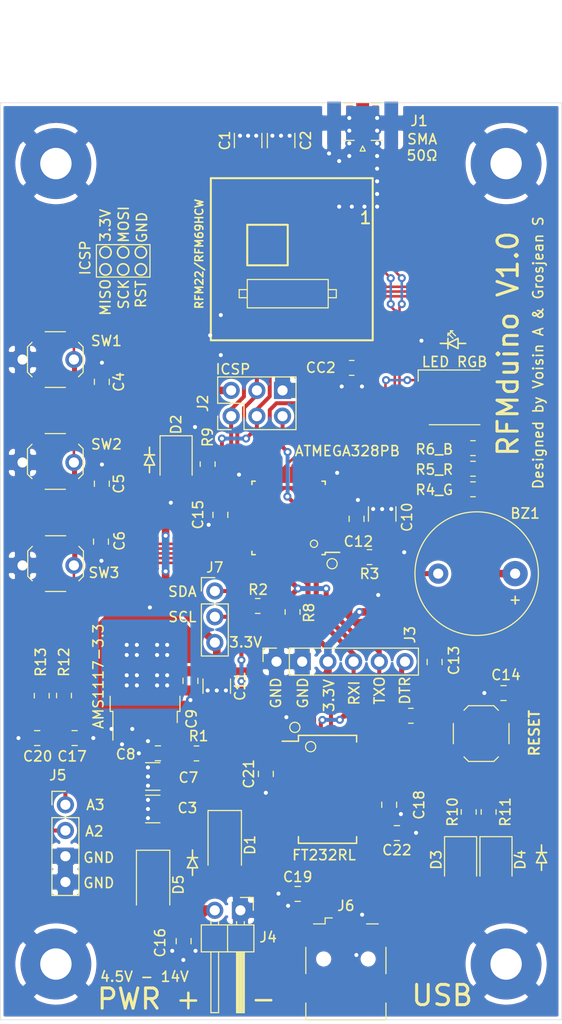
<source format=kicad_pcb>
(kicad_pcb (version 20171130) (host pcbnew "(5.1.7)-1")
  (layers (0 F.Cu signal) (31 B.Cu signal) (34 B.Paste user) (35 F.Paste user) (36 B.SilkS user) (37 F.SilkS user) (38 B.Mask user) (39 F.Mask user) (44 Edge.Cuts user))
  (net 0 "")
  (net 1 "Net-(BZ1-Pad2)")
  (net 2 3.3V)
  (net 3 GND)
  (net 4 BUTTON_0)
  (net 5 BUTTON_1)
  (net 6 BUTTON_2)
  (net 7 RESET)
  (net 8 DTR)
  (net 9 BATT)
  (net 10 EXT_IO_1)
  (net 11 5V_USB)
  (net 12 EXT_IO_0)
  (net 13 "Net-(C22-Pad2)")
  (net 14 "Net-(D2-Pad2)")
  (net 15 "Net-(D3-Pad1)")
  (net 16 "Net-(D4-Pad1)")
  (net 17 "Net-(J1-Pad1)")
  (net 18 MOSI)
  (net 19 SCK)
  (net 20 MISO)
  (net 21 TXO)
  (net 22 RXI)
  (net 23 "Net-(J6-Pad4)")
  (net 24 USB+)
  (net 25 USB-)
  (net 26 IN_M)
  (net 27 IN_M_ENABLE)
  (net 28 BUZZER)
  (net 29 LED_1)
  (net 30 LED_2)
  (net 31 LED_3)
  (net 32 SS)
  (net 33 GPIO_2)
  (net 34 GPIO_1)
  (net 35 RX_Ant)
  (net 36 TX_Ant)
  (net 37 "Net-(C17-Pad2)")
  (net 38 "Net-(C20-Pad2)")
  (net 39 GPIO_0)
  (net 40 "Net-(AMS1117-3.3-Pad3)")
  (net 41 "Net-(ATMEGA328PB1-Pad32)")
  (net 42 "Net-(ATMEGA328PB1-Pad20)")
  (net 43 "Net-(ATMEGA328PB1-Pad19)")
  (net 44 "Net-(ATMEGA328PB1-Pad3)")
  (net 45 "Net-(ATMEGA328PB1-Pad2)")
  (net 46 "Net-(FT232RL1-Pad28)")
  (net 47 "Net-(FT232RL1-Pad27)")
  (net 48 "Net-(FT232RL1-Pad23)")
  (net 49 "Net-(FT232RL1-Pad22)")
  (net 50 "Net-(FT232RL1-Pad19)")
  (net 51 "Net-(FT232RL1-Pad14)")
  (net 52 "Net-(FT232RL1-Pad13)")
  (net 53 "Net-(FT232RL1-Pad12)")
  (net 54 "Net-(FT232RL1-Pad11)")
  (net 55 "Net-(FT232RL1-Pad10)")
  (net 56 "Net-(FT232RL1-Pad9)")
  (net 57 "Net-(FT232RL1-Pad6)")
  (net 58 "Net-(FT232RL1-Pad3)")
  (net 59 "Net-(LED1-Pad6)")
  (net 60 "Net-(LED1-Pad5)")
  (net 61 "Net-(LED1-Pad4)")
  (net 62 "Net-(RFM22/RFM69HCW1-Pad14)")
  (module Capacitor_SMD:C_1210_3225Metric (layer F.Cu) (at 122.75 132.0845 90)
    (fp_text reference C10 (at -0.3155 2.45 90) (layer F.SilkS))
    (fp_text value DNP)
    (pad 2 smd roundrect (at 1.475 0 90) (size 1.15 2.7) (layers F.Cu F.Paste F.Mask) (roundrect_rratio 0.217391) (net 3 GND))
    (pad 1 smd roundrect (at -1.475 0 90) (size 1.15 2.7) (layers F.Cu F.Paste F.Mask) (roundrect_rratio 0.217391) (net 2 3.3V))
  )
  (module LED_SMD:LED_1210_3225Metric (layer F.Cu) (at 102.38 126.65 270)
    (fp_text reference D2 (at -3.4 0 90) (layer F.SilkS) (effects (font (thickness 0.16))))
    (fp_text value LED)
    (pad 2 smd roundrect (at 1.4 0 270) (size 1.25 2.65) (layers F.Cu F.Paste F.Mask) (roundrect_rratio 0.2) (net 14 "Net-(D2-Pad2)"))
    (pad 1 smd roundrect (at -1.4 0 270) (size 1.25 2.65) (layers F.Cu F.Paste F.Mask) (roundrect_rratio 0.2) (net 3 GND))
  )
  (module LED_SMD:LED_1210_3225Metric (layer F.Cu) (at 134 166.214 270)
    (fp_text reference D4 (at 0 -2.4 90) (layer F.SilkS) (effects (font (thickness 0.16))))
    (fp_text value LED)
    (pad 2 smd roundrect (at 1.4 0 270) (size 1.25 2.65) (layers F.Cu F.Paste F.Mask) (roundrect_rratio 0.2) (net 11 5V_USB))
    (pad 1 smd roundrect (at -1.4 0 270) (size 1.25 2.65) (layers F.Cu F.Paste F.Mask) (roundrect_rratio 0.2) (net 16 "Net-(D4-Pad1)"))
  )
  (module LED_SMD:LED_1210_3225Metric (layer F.Cu) (at 130.5 166.214 270)
    (fp_text reference D3 (at 0 2.4 90) (layer F.SilkS) (effects (font (thickness 0.16))))
    (fp_text value LED)
    (pad 2 smd roundrect (at 1.4 0 270) (size 1.25 2.65) (layers F.Cu F.Paste F.Mask) (roundrect_rratio 0.2) (net 11 5V_USB))
    (pad 1 smd roundrect (at -1.4 0 270) (size 1.25 2.65) (layers F.Cu F.Paste F.Mask) (roundrect_rratio 0.2) (net 15 "Net-(D3-Pad1)"))
  )
  (module Capacitor_SMD:C_1210_3225Metric (layer F.Cu) (at 106.4 149.075 270)
    (fp_text reference C11 (at 0 -2.3 90) (layer F.SilkS) (effects (font (thickness 0.16))))
    (fp_text value 10uF)
    (pad 2 smd roundrect (at 1.475 0 270) (size 1.15 2.7) (layers F.Cu F.Paste F.Mask) (roundrect_rratio 0.217391) (net 3 GND))
    (pad 1 smd roundrect (at -1.475 0 270) (size 1.15 2.7) (layers F.Cu F.Paste F.Mask) (roundrect_rratio 0.217391) (net 2 3.3V))
  )
  (module Capacitor_SMD:C_1210_3225Metric (layer F.Cu) (at 100.076 157.988 180)
    (fp_text reference C7 (at -3.524 -0.112 180) (layer F.SilkS) (effects (font (thickness 0.16))))
    (fp_text value 10uF)
    (pad 2 smd roundrect (at 1.475 0 180) (size 1.15 2.7) (layers F.Cu F.Paste F.Mask) (roundrect_rratio 0.217391) (net 3 GND))
    (pad 1 smd roundrect (at -1.475 0 180) (size 1.15 2.7) (layers F.Cu F.Paste F.Mask) (roundrect_rratio 0.217391) (net 40 "Net-(AMS1117-3.3-Pad3)"))
  )
  (module Capacitor_SMD:C_1210_3225Metric (layer F.Cu) (at 112.7608 95.225 90)
    (fp_text reference C2 (at 0 2.4392 90) (layer F.SilkS) (effects (font (thickness 0.16))))
    (fp_text value 10uF)
    (pad 2 smd roundrect (at 1.475 0 90) (size 1.15 2.7) (layers F.Cu F.Paste F.Mask) (roundrect_rratio 0.217391) (net 3 GND))
    (pad 1 smd roundrect (at -1.475 0 90) (size 1.15 2.7) (layers F.Cu F.Paste F.Mask) (roundrect_rratio 0.217391) (net 2 3.3V))
  )
  (module Capacitor_SMD:C_1210_3225Metric (layer F.Cu) (at 100.076 161.2 180)
    (fp_text reference C3 (at -3.424 0.1 180) (layer F.SilkS) (effects (font (thickness 0.16))))
    (fp_text value DNP)
    (pad 2 smd roundrect (at 1.475 0 180) (size 1.15 2.7) (layers F.Cu F.Paste F.Mask) (roundrect_rratio 0.217391) (net 3 GND))
    (pad 1 smd roundrect (at -1.475 0 180) (size 1.15 2.7) (layers F.Cu F.Paste F.Mask) (roundrect_rratio 0.217391) (net 40 "Net-(AMS1117-3.3-Pad3)"))
  )
  (module Capacitor_SMD:C_1210_3225Metric (layer F.Cu) (at 109.5 95.225 90)
    (fp_text reference C1 (at 0 -2.3 90) (layer F.SilkS) (effects (font (thickness 0.16))))
    (fp_text value DNP)
    (pad 2 smd roundrect (at 1.475 0 90) (size 1.15 2.7) (layers F.Cu F.Paste F.Mask) (roundrect_rratio 0.217391) (net 3 GND))
    (pad 1 smd roundrect (at -1.475 0 90) (size 1.15 2.7) (layers F.Cu F.Paste F.Mask) (roundrect_rratio 0.217391) (net 2 3.3V))
  )
  (module ATMEGA328PB-AU-pcb-part-libraries:Push-Button (layer F.Cu) (at 90.46936 136.98108 270)
    (fp_text reference SW3 (at 0.905 -4.78 180) (layer F.SilkS) (effects (font (thickness 0.16))))
    (fp_text value BUTTON_2)
    (pad 4 smd rect (at 3.15 1.9 270) (size 1.7 1) (layers F.Cu F.Paste F.Mask) (net 3 GND))
    (pad 3 smd rect (at -3.15 1.9 270) (size 1.7 1) (layers F.Cu F.Paste F.Mask) (net 3 GND))
    (pad 2 smd rect (at 3.15 -1.9 270) (size 1.7 1) (layers F.Cu F.Paste F.Mask) (net 6 BUTTON_2))
    (pad 1 smd rect (at -3.15 -1.9 270) (size 1.7 1) (layers F.Cu F.Paste F.Mask) (net 6 BUTTON_2))
  )
  (module Package_TO_SOT_SMD:TO-252-2 (layer F.Cu) (at 99.314 149.098 90)
    (fp_text reference AMS1117-3.3 (at 0.998 -4.614 90) (layer F.SilkS))
    (fp_text value AMS1117-3.3)
    (pad 2 smd rect (at 2.1 0 90) (size 6.4 5.8) (layers F.Cu F.Mask) (net 2 3.3V))
    (pad 3 smd rect (at -4.2 2.28 90) (size 2.2 1.2) (layers F.Cu F.Paste F.Mask) (net 40 "Net-(AMS1117-3.3-Pad3)"))
    (pad 1 smd rect (at -4.2 -2.28 90) (size 2.2 1.2) (layers F.Cu F.Paste F.Mask) (net 3 GND))
  )
  (module ATMEGA328PB-AU-pcb-part-libraries:PinSocket_1x01_P2.54mm_Vertical (layer F.Cu) (at 87.2 116.84)
    (fp_text reference J12 hide)
    (fp_text value GND)
    (pad 1 thru_hole rect (at 0 0) (size 1.7 1.7) (drill 1) (layers *.Cu *.Mask) (net 3 GND))
  )
  (module ATMEGA328PB-AU-pcb-part-libraries:PinSocket_1x01_P2.54mm_Vertical (layer F.Cu) (at 87.2 137.16)
    (fp_text reference J11 hide)
    (fp_text value GND)
    (pad 1 thru_hole rect (at 0 0) (size 1.7 1.7) (drill 1) (layers *.Cu *.Mask) (net 3 GND))
  )
  (module ATMEGA328PB-AU-pcb-part-libraries:PinSocket_1x01_P2.54mm_Vertical (layer F.Cu) (at 92.28 137.16)
    (fp_text reference J10 hide)
    (fp_text value "BUTTON 2")
    (pad 1 thru_hole circle (at 0 0) (size 1.7 1.7) (drill 1) (layers *.Cu *.Mask) (net 6 BUTTON_2))
  )
  (module ATMEGA328PB-AU-pcb-part-libraries:PinSocket_1x01_P2.54mm_Vertical (layer F.Cu) (at 92.28 127)
    (fp_text reference J9 hide)
    (fp_text value "BUTTON 1")
    (pad 1 thru_hole circle (at 0 0) (size 1.7 1.7) (drill 1) (layers *.Cu *.Mask) (net 5 BUTTON_1))
  )
  (module ATMEGA328PB-AU-pcb-part-libraries:PinSocket_1x01_P2.54mm_Vertical (layer F.Cu) (at 92.28 116.84)
    (fp_text reference J8 hide)
    (fp_text value "BUTTON 0")
    (pad 1 thru_hole circle (at 0 0) (size 1.7 1.7) (drill 1) (layers *.Cu *.Mask) (net 4 BUTTON_0))
  )
  (module ATMEGA328PB-AU-pcb-part-libraries:PinSocket_1x01_P2.54mm_Vertical (layer F.Cu) (at 87.2 127)
    (fp_text reference J13 hide)
    (fp_text value GND)
    (pad 1 thru_hole rect (at 0 0) (size 1.7 1.7) (drill 1) (layers *.Cu *.Mask) (net 3 GND))
  )
  (module Connector_PinHeader_2.54mm:PinHeader_1x03_P2.54mm_Vertical (layer F.Cu) (at 106.21 139.69)
    (fp_text reference J7 (at 0 -2.33) (layer F.SilkS))
    (fp_text value I2C)
    (pad 3 thru_hole oval (at 0 5.08) (size 1.7 1.7) (drill 1) (layers *.Cu *.Mask) (net 2 3.3V))
    (pad 2 thru_hole oval (at 0 2.54) (size 1.7 1.7) (drill 1) (layers *.Cu *.Mask) (net 26 IN_M))
    (pad 1 thru_hole circle (at 0 0) (size 1.7 1.7) (drill 1) (layers *.Cu *.Mask) (net 27 IN_M_ENABLE))
  )
  (module Diode_SMD:D_SMA (layer F.Cu) (at 100.11 168.67 270)
    (fp_text reference D5 (at 0 -2.5 90) (layer F.SilkS) (effects (font (thickness 0.16))))
    (fp_text value D_Schottky)
    (pad 2 smd rect (at 2 0 270) (size 2.5 1.8) (layers F.Cu F.Paste F.Mask) (net 9 BATT))
    (pad 1 smd rect (at -2 0 270) (size 2.5 1.8) (layers F.Cu F.Paste F.Mask) (net 40 "Net-(AMS1117-3.3-Pad3)"))
  )
  (module Diode_SMD:D_SMA (layer F.Cu) (at 107.188 164.748 270)
    (fp_text reference D1 (at 0 -2.5 90) (layer F.SilkS) (effects (font (thickness 0.16))))
    (fp_text value D_Schottky)
    (pad 2 smd rect (at 2 0 270) (size 2.5 1.8) (layers F.Cu F.Paste F.Mask) (net 11 5V_USB))
    (pad 1 smd rect (at -2 0 270) (size 2.5 1.8) (layers F.Cu F.Paste F.Mask) (net 40 "Net-(AMS1117-3.3-Pad3)"))
  )
  (module ATMEGA328PB-AU-pcb-part-libraries:RFM22 (layer F.Cu) (at 113.815 106.94 270)
    (fp_text reference RFM22/RFM69HCW (at -6.05 8.695 270) (layer F.SilkS) (effects (font (size 0.77216 0.77216) (thickness 0.16)) (justify right bottom)))
    (fp_text value RFM22)
    (fp_text user 1 (at -3.38 -7.995) (layer F.SilkS) (effects (font (size 1.2065 1.2065) (thickness 0.1905)) (justify right bottom)))
    (pad 16 smd rect (at 7.5 -7 270) (size 3 1.2) (layers F.Cu F.Paste F.Mask) (net 3 GND))
    (pad 15 smd rect (at 7.5 -5 270) (size 3 1.2) (layers F.Cu F.Paste F.Mask))
    (pad 14 smd rect (at 7.5 -3 270) (size 3 1.2) (layers F.Cu F.Paste F.Mask) (net 62 "Net-(RFM22/RFM69HCW1-Pad14)"))
    (pad 13 smd rect (at 7.5 -1 270) (size 3 1.2) (layers F.Cu F.Paste F.Mask) (net 32 SS))
    (pad 12 smd rect (at 7.5 1 270) (size 3 1.2) (layers F.Cu F.Paste F.Mask) (net 19 SCK))
    (pad 11 smd rect (at 7.5 3 270) (size 3 1.2) (layers F.Cu F.Paste F.Mask) (net 18 MOSI))
    (pad 10 smd rect (at 7.5 5 270) (size 3 1.2) (layers F.Cu F.Paste F.Mask) (net 20 MISO))
    (pad 9 smd rect (at 7.5 7 270) (size 3 1.2) (layers F.Cu F.Paste F.Mask) (net 3 GND))
    (pad 8 smd rect (at -7.5 7 270) (size 3 1.2) (layers F.Cu F.Paste F.Mask) (net 33 GPIO_2))
    (pad 7 smd rect (at -7.5 5 270) (size 3 1.2) (layers F.Cu F.Paste F.Mask) (net 34 GPIO_1))
    (pad 6 smd rect (at -7.5 3 270) (size 3 1.2) (layers F.Cu F.Paste F.Mask) (net 39 GPIO_0))
    (pad 5 smd rect (at -7.5 1 270) (size 3 1.2) (layers F.Cu F.Paste F.Mask) (net 2 3.3V))
    (pad 1 smd rect (at -7.5 -7 270) (size 3 1.3) (layers F.Cu F.Paste F.Mask) (net 17 "Net-(J1-Pad1)"))
    (pad 2 smd rect (at -7.5 -5 270) (size 3 1.57) (layers F.Cu F.Paste F.Mask) (net 3 GND))
    (pad 3 smd rect (at -7.5 -3 270) (size 3 1.2) (layers F.Cu F.Paste F.Mask) (net 35 RX_Ant))
    (pad 4 smd rect (at -7.5 -1 270) (size 3 1.2) (layers F.Cu F.Paste F.Mask) (net 36 TX_Ant))
  )
  (module Connector_PinHeader_2.54mm:PinHeader_1x04_P2.54mm_Vertical (layer F.Cu) (at 91.44 160.782)
    (fp_text reference J5 (at -0.75 -2.912) (layer F.SilkS) (effects (font (thickness 0.16))))
    (fp_text value EXT_IO)
    (pad 4 thru_hole rect (at 0 7.62) (size 1.7 1.7) (drill 1) (layers *.Cu *.Mask) (net 3 GND))
    (pad 3 thru_hole rect (at 0 5.08) (size 1.7 1.7) (drill 1) (layers *.Cu *.Mask) (net 3 GND))
    (pad 2 thru_hole oval (at 0 2.54) (size 1.7 1.7) (drill 1) (layers *.Cu *.Mask) (net 38 "Net-(C20-Pad2)"))
    (pad 1 thru_hole circle (at 0 0) (size 1.7 1.7) (drill 1) (layers *.Cu *.Mask) (net 37 "Net-(C17-Pad2)"))
  )
  (module Connector_PinHeader_1.00mm:PinHeader_1x01_P1.00mm_Vertical (layer F.Cu) (at 90.5 97.5)
    (fp_text reference REF** hide)
    (fp_text value PinHeader_1x01_P1.00mm_Vertical)
    (fp_text user %R (at 0 0 90) (layer F.Cu) (effects (font (size 0.76 0.76) (thickness 0.114))))
    (pad 1 thru_hole circle (at 0 0) (size 7 7) (drill 3.1) (layers *.Cu *.Mask) (net 3 GND))
  )
  (module Connector_PinHeader_1.00mm:PinHeader_1x01_P1.00mm_Vertical (layer F.Cu) (at 135 97.5)
    (fp_text reference REF** hide)
    (fp_text value PinHeader_1x01_P1.00mm_Vertical)
    (fp_text user %R (at 0 0 90) (layer F.Cu) (effects (font (size 0.76 0.76) (thickness 0.114))))
    (pad 1 thru_hole circle (at 0 0) (size 7 7) (drill 3.1) (layers *.Cu *.Mask) (net 3 GND))
  )
  (module Connector_PinHeader_1.00mm:PinHeader_1x01_P1.00mm_Vertical (layer F.Cu) (at 90.5 176.5)
    (fp_text reference REF** hide)
    (fp_text value PinHeader_1x01_P1.00mm_Vertical)
    (fp_text user %R (at 0 0 90) (layer F.Cu) (effects (font (size 0.76 0.76) (thickness 0.114))))
    (pad 1 thru_hole circle (at 0 0) (size 7 7) (drill 3.1) (layers *.Cu *.Mask) (net 3 GND))
  )
  (module Connector_Coaxial:SMA_Samtec_SMA-J-P-X-ST-EM1_EdgeMount (layer F.Cu) (at 120.82272 93.5 180)
    (fp_text reference J1 (at -5.57728 0.21) (layer F.SilkS) (effects (font (thickness 0.16))))
    (fp_text value Conn_Coaxial)
    (pad 1 smd rect (at 0 0.2 180) (size 1.27 3.6) (layers F.Cu F.Paste F.Mask) (net 17 "Net-(J1-Pad1)"))
    (pad 2 smd rect (at 2.825 0 180) (size 1.35 4.2) (layers F.Cu F.Paste F.Mask) (net 3 GND))
    (pad 2 smd rect (at -2.825 0 180) (size 1.35 4.2) (layers F.Cu F.Paste F.Mask) (net 3 GND))
    (pad 2 smd rect (at 2.825 0 180) (size 1.35 4.2) (layers B.Cu B.Paste B.Mask) (net 3 GND))
    (pad 2 smd rect (at -2.825 0 180) (size 1.35 4.2) (layers B.Cu B.Paste B.Mask) (net 3 GND))
  )
  (module Package_QFP:TQFP-32_7x7mm_P0.8mm (layer F.Cu) (at 113.5 132.47 180)
    (fp_text reference ATMEGA328PB (at -5.81 6.6) (layer F.SilkS) (effects (font (thickness 0.16))))
    (fp_text value ATMEGA328PB)
    (pad 32 smd rect (at -2.8 -4.25 270) (size 1.6 0.55) (layers F.Cu F.Paste F.Mask) (net 41 "Net-(ATMEGA328PB1-Pad32)"))
    (pad 31 smd rect (at -2 -4.25 270) (size 1.6 0.55) (layers F.Cu F.Paste F.Mask) (net 21 TXO))
    (pad 30 smd rect (at -1.2 -4.25 270) (size 1.6 0.55) (layers F.Cu F.Paste F.Mask) (net 22 RXI))
    (pad 29 smd rect (at -0.4 -4.25 270) (size 1.6 0.55) (layers F.Cu F.Paste F.Mask) (net 7 RESET))
    (pad 28 smd rect (at 0.4 -4.25 270) (size 1.6 0.55) (layers F.Cu F.Paste F.Mask) (net 26 IN_M))
    (pad 27 smd rect (at 1.2 -4.25 270) (size 1.6 0.55) (layers F.Cu F.Paste F.Mask) (net 27 IN_M_ENABLE))
    (pad 26 smd rect (at 2 -4.25 270) (size 1.6 0.55) (layers F.Cu F.Paste F.Mask) (net 10 EXT_IO_1))
    (pad 25 smd rect (at 2.8 -4.25 270) (size 1.6 0.55) (layers F.Cu F.Paste F.Mask) (net 12 EXT_IO_0))
    (pad 24 smd rect (at 4.25 -2.8 180) (size 1.6 0.55) (layers F.Cu F.Paste F.Mask) (net 6 BUTTON_2))
    (pad 23 smd rect (at 4.25 -2 180) (size 1.6 0.55) (layers F.Cu F.Paste F.Mask) (net 5 BUTTON_1))
    (pad 22 smd rect (at 4.25 -1.2 180) (size 1.6 0.55) (layers F.Cu F.Paste F.Mask) (net 4 BUTTON_0))
    (pad 21 smd rect (at 4.25 -0.4 180) (size 1.6 0.55) (layers F.Cu F.Paste F.Mask) (net 3 GND))
    (pad 20 smd rect (at 4.25 0.4 180) (size 1.6 0.55) (layers F.Cu F.Paste F.Mask) (net 42 "Net-(ATMEGA328PB1-Pad20)"))
    (pad 19 smd rect (at 4.25 1.2 180) (size 1.6 0.55) (layers F.Cu F.Paste F.Mask) (net 43 "Net-(ATMEGA328PB1-Pad19)"))
    (pad 18 smd rect (at 4.25 2 180) (size 1.6 0.55) (layers F.Cu F.Paste F.Mask) (net 2 3.3V))
    (pad 17 smd rect (at 4.25 2.8 180) (size 1.6 0.55) (layers F.Cu F.Paste F.Mask) (net 19 SCK))
    (pad 16 smd rect (at 2.8 4.25 270) (size 1.6 0.55) (layers F.Cu F.Paste F.Mask) (net 20 MISO))
    (pad 15 smd rect (at 2 4.25 270) (size 1.6 0.55) (layers F.Cu F.Paste F.Mask) (net 18 MOSI))
    (pad 14 smd rect (at 1.2 4.25 270) (size 1.6 0.55) (layers F.Cu F.Paste F.Mask) (net 32 SS))
    (pad 13 smd rect (at 0.4 4.25 270) (size 1.6 0.55) (layers F.Cu F.Paste F.Mask) (net 31 LED_3))
    (pad 12 smd rect (at -0.4 4.25 270) (size 1.6 0.55) (layers F.Cu F.Paste F.Mask) (net 36 TX_Ant))
    (pad 11 smd rect (at -1.2 4.25 270) (size 1.6 0.55) (layers F.Cu F.Paste F.Mask) (net 35 RX_Ant))
    (pad 10 smd rect (at -2 4.25 270) (size 1.6 0.55) (layers F.Cu F.Paste F.Mask) (net 30 LED_2))
    (pad 9 smd rect (at -2.8 4.25 270) (size 1.6 0.55) (layers F.Cu F.Paste F.Mask) (net 29 LED_1))
    (pad 8 smd rect (at -4.25 2.8 180) (size 1.6 0.55) (layers F.Cu F.Paste F.Mask) (net 33 GPIO_2))
    (pad 7 smd rect (at -4.25 2 180) (size 1.6 0.55) (layers F.Cu F.Paste F.Mask) (net 34 GPIO_1))
    (pad 6 smd rect (at -4.25 1.2 180) (size 1.6 0.55) (layers F.Cu F.Paste F.Mask) (net 39 GPIO_0))
    (pad 5 smd rect (at -4.25 0.4 180) (size 1.6 0.55) (layers F.Cu F.Paste F.Mask) (net 3 GND))
    (pad 4 smd rect (at -4.25 -0.4 180) (size 1.6 0.55) (layers F.Cu F.Paste F.Mask) (net 2 3.3V))
    (pad 3 smd rect (at -4.25 -1.2 180) (size 1.6 0.55) (layers F.Cu F.Paste F.Mask) (net 44 "Net-(ATMEGA328PB1-Pad3)"))
    (pad 2 smd rect (at -4.25 -2 180) (size 1.6 0.55) (layers F.Cu F.Paste F.Mask) (net 45 "Net-(ATMEGA328PB1-Pad2)"))
    (pad 1 smd rect (at -4.25 -2.8 180) (size 1.6 0.55) (layers F.Cu F.Paste F.Mask) (net 28 BUZZER))
  )
  (module Resistor_SMD:R_0805_2012Metric (layer F.Cu) (at 125.5875 152)
    (fp_text reference CC3 hide)
    (fp_text value R)
    (pad 2 smd roundrect (at 0.9125 0) (size 1.025 1.4) (layers F.Cu F.Paste F.Mask) (roundrect_rratio 0.2439014634146341) (net 8 DTR))
    (pad 1 smd roundrect (at -0.9125 0) (size 1.025 1.4) (layers F.Cu F.Paste F.Mask) (roundrect_rratio 0.2439014634146341) (net 8 DTR))
  )
  (module Connector_PinHeader_2.54mm:PinHeader_2x03_P2.54mm_Vertical (layer F.Cu) (at 107.823 122.428 90)
    (fp_text reference J2 (at 1.27 -2.794 90) (layer F.SilkS) (effects (font (thickness 0.16))))
    (fp_text value ICSP)
    (pad 1 thru_hole circle (at 0 0 90) (size 1.7 1.7) (drill 1) (layers *.Cu *.Mask) (net 20 MISO))
    (pad 2 thru_hole oval (at 2.54 0 90) (size 1.7 1.7) (drill 1) (layers *.Cu *.Mask) (net 2 3.3V))
    (pad 3 thru_hole oval (at 0 2.54 90) (size 1.7 1.7) (drill 1) (layers *.Cu *.Mask) (net 19 SCK))
    (pad 4 thru_hole oval (at 2.54 2.54 90) (size 1.7 1.7) (drill 1) (layers *.Cu *.Mask) (net 18 MOSI))
    (pad 5 thru_hole oval (at 0 5.08 90) (size 1.7 1.7) (drill 1) (layers *.Cu *.Mask) (net 7 RESET))
    (pad 6 thru_hole rect (at 2.54 5.08 90) (size 1.7 1.7) (drill 1) (layers *.Cu *.Mask) (net 3 GND))
  )
  (module Package_SO:SSOP-28_5.3x10.2mm_P0.65mm (layer F.Cu) (at 117.348 159.258)
    (fp_text reference FT232RL (at -0.348 6.492) (layer F.SilkS) (effects (font (thickness 0.16))))
    (fp_text value FT232RL)
    (pad 28 smd rect (at 3.6 -4.225) (size 1.75 0.45) (layers F.Cu F.Paste F.Mask) (net 46 "Net-(FT232RL1-Pad28)"))
    (pad 27 smd rect (at 3.6 -3.575) (size 1.75 0.45) (layers F.Cu F.Paste F.Mask) (net 47 "Net-(FT232RL1-Pad27)"))
    (pad 26 smd rect (at 3.6 -2.925) (size 1.75 0.45) (layers F.Cu F.Paste F.Mask) (net 3 GND))
    (pad 25 smd rect (at 3.6 -2.275) (size 1.75 0.45) (layers F.Cu F.Paste F.Mask) (net 3 GND))
    (pad 24 smd rect (at 3.6 -1.625) (size 1.75 0.45) (layers F.Cu F.Paste F.Mask))
    (pad 23 smd rect (at 3.6 -0.975) (size 1.75 0.45) (layers F.Cu F.Paste F.Mask) (net 48 "Net-(FT232RL1-Pad23)"))
    (pad 22 smd rect (at 3.6 -0.325) (size 1.75 0.45) (layers F.Cu F.Paste F.Mask) (net 49 "Net-(FT232RL1-Pad22)"))
    (pad 21 smd rect (at 3.6 0.325) (size 1.75 0.45) (layers F.Cu F.Paste F.Mask) (net 3 GND))
    (pad 20 smd rect (at 3.6 0.975) (size 1.75 0.45) (layers F.Cu F.Paste F.Mask) (net 11 5V_USB))
    (pad 19 smd rect (at 3.6 1.625) (size 1.75 0.45) (layers F.Cu F.Paste F.Mask) (net 50 "Net-(FT232RL1-Pad19)"))
    (pad 18 smd rect (at 3.6 2.275) (size 1.75 0.45) (layers F.Cu F.Paste F.Mask) (net 3 GND))
    (pad 17 smd rect (at 3.6 2.925) (size 1.75 0.45) (layers F.Cu F.Paste F.Mask) (net 13 "Net-(C22-Pad2)"))
    (pad 16 smd rect (at 3.6 3.575) (size 1.75 0.45) (layers F.Cu F.Paste F.Mask) (net 25 USB-))
    (pad 15 smd rect (at 3.6 4.225) (size 1.75 0.45) (layers F.Cu F.Paste F.Mask) (net 24 USB+))
    (pad 14 smd rect (at -3.6 4.225) (size 1.75 0.45) (layers F.Cu F.Paste F.Mask) (net 51 "Net-(FT232RL1-Pad14)"))
    (pad 13 smd rect (at -3.6 3.575) (size 1.75 0.45) (layers F.Cu F.Paste F.Mask) (net 52 "Net-(FT232RL1-Pad13)"))
    (pad 12 smd rect (at -3.6 2.925) (size 1.75 0.45) (layers F.Cu F.Paste F.Mask) (net 53 "Net-(FT232RL1-Pad12)"))
    (pad 11 smd rect (at -3.6 2.275) (size 1.75 0.45) (layers F.Cu F.Paste F.Mask) (net 54 "Net-(FT232RL1-Pad11)"))
    (pad 10 smd rect (at -3.6 1.625) (size 1.75 0.45) (layers F.Cu F.Paste F.Mask) (net 55 "Net-(FT232RL1-Pad10)"))
    (pad 9 smd rect (at -3.6 0.975) (size 1.75 0.45) (layers F.Cu F.Paste F.Mask) (net 56 "Net-(FT232RL1-Pad9)"))
    (pad 8 smd rect (at -3.6 0.325) (size 1.75 0.45) (layers F.Cu F.Paste F.Mask))
    (pad 7 smd rect (at -3.6 -0.325) (size 1.75 0.45) (layers F.Cu F.Paste F.Mask) (net 3 GND))
    (pad 6 smd rect (at -3.6 -0.975) (size 1.75 0.45) (layers F.Cu F.Paste F.Mask) (net 57 "Net-(FT232RL1-Pad6)"))
    (pad 5 smd rect (at -3.6 -1.625) (size 1.75 0.45) (layers F.Cu F.Paste F.Mask) (net 21 TXO))
    (pad 4 smd rect (at -3.6 -2.275) (size 1.75 0.45) (layers F.Cu F.Paste F.Mask) (net 2 3.3V))
    (pad 3 smd rect (at -3.6 -2.925) (size 1.75 0.45) (layers F.Cu F.Paste F.Mask) (net 58 "Net-(FT232RL1-Pad3)"))
    (pad 2 smd rect (at -3.6 -3.575) (size 1.75 0.45) (layers F.Cu F.Paste F.Mask) (net 8 DTR))
    (pad 1 smd rect (at -3.6 -4.225) (size 1.75 0.45) (layers F.Cu F.Paste F.Mask) (net 22 RXI))
  )
  (module Connector_PinHeader_1.00mm:PinHeader_1x01_P1.00mm_Vertical (layer F.Cu) (at 135 176.5)
    (fp_text reference REF** hide)
    (fp_text value PinHeader_1x01_P1.00mm_Vertical)
    (fp_text user %R (at 0 0 90) (layer F.Cu) (effects (font (size 0.76 0.76) (thickness 0.114))))
    (pad 1 thru_hole circle (at 0 0) (size 7 7) (drill 3.1) (layers *.Cu *.Mask) (net 3 GND))
  )
  (module Connector_PinSocket_2.54mm:PinSocket_1x06_P2.54mm_Vertical (layer F.Cu) (at 112.3044 146.65318 90)
    (fp_text reference J3 (at 2.65318 13.1956 90) (layer F.SilkS) (effects (font (thickness 0.16))))
    (fp_text value FTDI)
    (pad 6 thru_hole oval (at 0 12.7 90) (size 1.7 1.7) (drill 1) (layers *.Cu *.Mask) (net 8 DTR))
    (pad 5 thru_hole oval (at 0 10.16 90) (size 1.7 1.7) (drill 1) (layers *.Cu *.Mask) (net 21 TXO))
    (pad 4 thru_hole oval (at 0 7.62 90) (size 1.7 1.7) (drill 1) (layers *.Cu *.Mask) (net 22 RXI))
    (pad 3 thru_hole circle (at 0 5.08 90) (size 1.7 1.7) (drill 1) (layers *.Cu *.Mask) (net 2 3.3V))
    (pad 2 thru_hole rect (at 0 2.54 90) (size 1.7 1.7) (drill 1) (layers *.Cu *.Mask) (net 3 GND))
    (pad 1 thru_hole rect (at 0 0 90) (size 1.7 1.7) (drill 1) (layers *.Cu *.Mask) (net 3 GND))
  )
  (module Capacitor_SMD:C_0805_2012Metric (layer F.Cu) (at 124.206 163.576 180)
    (fp_text reference C22 (at 0 -1.68) (layer F.SilkS) (effects (font (thickness 0.16))))
    (fp_text value DNP)
    (pad 2 smd roundrect (at 0.95 0 180) (size 1 1.45) (layers F.Cu F.Paste F.Mask) (net 13 "Net-(C22-Pad2)"))
    (pad 1 smd roundrect (at -0.95 0 180) (size 1 1.45) (layers F.Cu F.Paste F.Mask) (net 3 GND))
  )
  (module LED_SMD:LED_RGB_5050-6 (layer F.Cu) (at 129.9086 120.572)
    (fp_text reference "LED RGB" (at 0 -3.5 180) (layer F.SilkS) (effects (font (thickness 0.16))))
    (fp_text value LED_RGB)
    (pad 6 smd rect (at 2.4 -1.7 90) (size 1.1 2) (layers F.Cu F.Paste F.Mask) (net 59 "Net-(LED1-Pad6)"))
    (pad 5 smd rect (at 2.4 0 90) (size 1.1 2) (layers F.Cu F.Paste F.Mask) (net 60 "Net-(LED1-Pad5)"))
    (pad 4 smd rect (at 2.4 1.7 90) (size 1.1 2) (layers F.Cu F.Paste F.Mask) (net 61 "Net-(LED1-Pad4)"))
    (pad 3 smd rect (at -2.4 1.7 90) (size 1.1 2) (layers F.Cu F.Paste F.Mask) (net 29 LED_1))
    (pad 2 smd rect (at -2.4 0 90) (size 1.1 2) (layers F.Cu F.Paste F.Mask) (net 30 LED_2))
    (pad 1 smd rect (at -2.4 -1.7 90) (size 1.1 2) (layers F.Cu F.Paste F.Mask) (net 31 LED_3))
  )
  (module ATMEGA328PB-AU-pcb-part-libraries:Push-Button (layer F.Cu) (at 132.5348 153.754)
    (fp_text reference RESET (at 5.2556 -0.0436 270) (layer F.SilkS) (effects (font (thickness 0.2))))
    (fp_text value SW_MEC_5E)
    (pad 4 smd rect (at 3.15 1.9) (size 1.7 1) (layers F.Cu F.Paste F.Mask) (net 3 GND))
    (pad 3 smd rect (at -3.15 1.9) (size 1.7 1) (layers F.Cu F.Paste F.Mask) (net 3 GND))
    (pad 2 smd rect (at 3.15 -1.9) (size 1.7 1) (layers F.Cu F.Paste F.Mask) (net 7 RESET))
    (pad 1 smd rect (at -3.15 -1.9) (size 1.7 1) (layers F.Cu F.Paste F.Mask) (net 7 RESET))
  )
  (module ATMEGA328PB-AU-pcb-part-libraries:Push-Button (layer F.Cu) (at 90.43936 126.89708 270)
    (fp_text reference SW2 (at -1.69 -5.06 180) (layer F.SilkS) (effects (font (thickness 0.16))))
    (fp_text value BUTTON_1)
    (pad 4 smd rect (at 3.15 1.9 270) (size 1.7 1) (layers F.Cu F.Paste F.Mask) (net 3 GND))
    (pad 3 smd rect (at -3.15 1.9 270) (size 1.7 1) (layers F.Cu F.Paste F.Mask) (net 3 GND))
    (pad 2 smd rect (at 3.15 -1.9 270) (size 1.7 1) (layers F.Cu F.Paste F.Mask) (net 5 BUTTON_1))
    (pad 1 smd rect (at -3.15 -1.9 270) (size 1.7 1) (layers F.Cu F.Paste F.Mask) (net 5 BUTTON_1))
  )
  (module ATMEGA328PB-AU-pcb-part-libraries:Push-Button (layer F.Cu) (at 90.43936 116.84308 270)
    (fp_text reference SW1 (at -1.84 -5.05 180) (layer F.SilkS) (effects (font (thickness 0.16))))
    (fp_text value BUTTON_0)
    (pad 4 smd rect (at 3.15 1.9 270) (size 1.7 1) (layers F.Cu F.Paste F.Mask) (net 3 GND))
    (pad 3 smd rect (at -3.15 1.9 270) (size 1.7 1) (layers F.Cu F.Paste F.Mask) (net 3 GND))
    (pad 2 smd rect (at 3.15 -1.9 270) (size 1.7 1) (layers F.Cu F.Paste F.Mask) (net 4 BUTTON_0))
    (pad 1 smd rect (at -3.15 -1.9 270) (size 1.7 1) (layers F.Cu F.Paste F.Mask) (net 4 BUTTON_0))
  )
  (module Resistor_SMD:R_0805_2012Metric (layer F.Cu) (at 89.1 150.0125 90)
    (fp_text reference R13 (at 3.3125 -0.1 90) (layer F.SilkS) (effects (font (thickness 0.16))))
    (fp_text value DNP)
    (pad 2 smd roundrect (at 0.9125 0 90) (size 1.025 1.4) (layers F.Cu F.Paste F.Mask) (roundrect_rratio 0.2439014634146341) (net 12 EXT_IO_0))
    (pad 1 smd roundrect (at -0.9125 0 90) (size 1.025 1.4) (layers F.Cu F.Paste F.Mask) (roundrect_rratio 0.2439014634146341) (net 38 "Net-(C20-Pad2)"))
  )
  (module Resistor_SMD:R_0805_2012Metric (layer F.Cu) (at 91.3 150.0025 90)
    (fp_text reference R12 (at 3.3025 0 90) (layer F.SilkS) (effects (font (thickness 0.16))))
    (fp_text value DNP)
    (pad 2 smd roundrect (at 0.9125 0 90) (size 1.025 1.4) (layers F.Cu F.Paste F.Mask) (roundrect_rratio 0.2439014634146341) (net 10 EXT_IO_1))
    (pad 1 smd roundrect (at -0.9125 0 90) (size 1.025 1.4) (layers F.Cu F.Paste F.Mask) (roundrect_rratio 0.2439014634146341) (net 37 "Net-(C17-Pad2)"))
  )
  (module Resistor_SMD:R_0805_2012Metric (layer F.Cu) (at 133.2727 161.49006 270)
    (fp_text reference R11 (at 0 -1.65 90) (layer F.SilkS) (effects (font (thickness 0.16))))
    (fp_text value 270)
    (pad 2 smd roundrect (at 0.9125 0 270) (size 1.025 1.4) (layers F.Cu F.Paste F.Mask) (roundrect_rratio 0.2439014634146341) (net 16 "Net-(D4-Pad1)"))
    (pad 1 smd roundrect (at -0.9125 0 270) (size 1.025 1.4) (layers F.Cu F.Paste F.Mask) (roundrect_rratio 0.2439014634146341) (net 48 "Net-(FT232RL1-Pad23)"))
  )
  (module Resistor_SMD:R_0805_2012Metric (layer F.Cu) (at 131.30166 161.48942 270)
    (fp_text reference R10 (at 0 1.6 90) (layer F.SilkS) (effects (font (thickness 0.16))))
    (fp_text value 270)
    (pad 2 smd roundrect (at 0.9125 0 270) (size 1.025 1.4) (layers F.Cu F.Paste F.Mask) (roundrect_rratio 0.2439014634146341) (net 15 "Net-(D3-Pad1)"))
    (pad 1 smd roundrect (at -0.9125 0 270) (size 1.025 1.4) (layers F.Cu F.Paste F.Mask) (roundrect_rratio 0.2439014634146341) (net 49 "Net-(FT232RL1-Pad22)"))
  )
  (module Resistor_SMD:R_0805_2012Metric (layer F.Cu) (at 105.5 127.1625 90)
    (fp_text reference R9 (at 2.6625 0 90) (layer F.SilkS) (effects (font (thickness 0.16))))
    (fp_text value 220)
    (pad 2 smd roundrect (at 0.9125 0 90) (size 1.025 1.4) (layers F.Cu F.Paste F.Mask) (roundrect_rratio 0.2439014634146341) (net 19 SCK))
    (pad 1 smd roundrect (at -0.9125 0 90) (size 1.025 1.4) (layers F.Cu F.Paste F.Mask) (roundrect_rratio 0.2439014634146341) (net 14 "Net-(D2-Pad2)"))
  )
  (module Resistor_SMD:R_0805_2012Metric (layer F.Cu) (at 113.8936 141.7555 90)
    (fp_text reference R8 (at -0.0745 1.6264 90) (layer F.SilkS) (effects (font (thickness 0.16))))
    (fp_text value 10k)
    (pad 2 smd roundrect (at 0.9125 0 90) (size 1.025 1.4) (layers F.Cu F.Paste F.Mask) (roundrect_rratio 0.2439014634146341) (net 7 RESET))
    (pad 1 smd roundrect (at -0.9125 0 90) (size 1.025 1.4) (layers F.Cu F.Paste F.Mask) (roundrect_rratio 0.2439014634146341) (net 2 3.3V))
  )
  (module Resistor_SMD:R_0805_2012Metric (layer F.Cu) (at 131.7225 125.5856)
    (fp_text reference R6_B (at -3.8225 0.1144) (layer F.SilkS) (effects (font (thickness 0.16))))
    (fp_text value 1500)
    (pad 1 smd roundrect (at -0.9125 0) (size 1.025 1.4) (layers F.Cu F.Paste F.Mask) (roundrect_rratio 0.2439014634146341) (net 2 3.3V))
    (pad 2 smd roundrect (at 0.9125 0) (size 1.025 1.4) (layers F.Cu F.Paste F.Mask) (roundrect_rratio 0.2439014634146341) (net 61 "Net-(LED1-Pad4)"))
  )
  (module Resistor_SMD:R_0805_2012Metric (layer F.Cu) (at 131.7263 127.6176)
    (fp_text reference R5_R (at -3.8263 0.0824) (layer F.SilkS) (effects (font (thickness 0.16))))
    (fp_text value 330)
    (pad 1 smd roundrect (at -0.9125 0) (size 1.025 1.4) (layers F.Cu F.Paste F.Mask) (roundrect_rratio 0.2439014634146341) (net 2 3.3V))
    (pad 2 smd roundrect (at 0.9125 0) (size 1.025 1.4) (layers F.Cu F.Paste F.Mask) (roundrect_rratio 0.2439014634146341) (net 60 "Net-(LED1-Pad5)"))
  )
  (module Resistor_SMD:R_0805_2012Metric (layer F.Cu) (at 131.7263 129.6496)
    (fp_text reference R4_G (at -3.8263 0.0504) (layer F.SilkS) (effects (font (thickness 0.16))))
    (fp_text value 120)
    (pad 1 smd roundrect (at -0.9125 0) (size 1.025 1.4) (layers F.Cu F.Paste F.Mask) (roundrect_rratio 0.2439014634146341) (net 2 3.3V))
    (pad 2 smd roundrect (at 0.9125 0) (size 1.025 1.4) (layers F.Cu F.Paste F.Mask) (roundrect_rratio 0.2439014634146341) (net 59 "Net-(LED1-Pad6)"))
  )
  (module Resistor_SMD:R_0805_2012Metric (layer F.Cu) (at 121.49836 136.33958 180)
    (fp_text reference R3 (at 0 -1.65) (layer F.SilkS) (effects (font (thickness 0.16))))
    (fp_text value DNP)
    (pad 2 smd roundrect (at 0.9125 0 180) (size 1.025 1.4) (layers F.Cu F.Paste F.Mask) (roundrect_rratio 0.2439014634146341) (net 28 BUZZER))
    (pad 1 smd roundrect (at -0.9125 0 180) (size 1.025 1.4) (layers F.Cu F.Paste F.Mask) (roundrect_rratio 0.2439014634146341) (net 1 "Net-(BZ1-Pad2)"))
  )
  (module Resistor_SMD:R_0805_2012Metric (layer F.Cu) (at 110.45 141.1605)
    (fp_text reference R2 (at 0.04 -1.6105) (layer F.SilkS) (effects (font (thickness 0.16))))
    (fp_text value DNP)
    (pad 2 smd roundrect (at 0.9125 0) (size 1.025 1.4) (layers F.Cu F.Paste F.Mask) (roundrect_rratio 0.2439014634146341) (net 26 IN_M))
    (pad 1 smd roundrect (at -0.9125 0) (size 1.025 1.4) (layers F.Cu F.Paste F.Mask) (roundrect_rratio 0.2439014634146341) (net 27 IN_M_ENABLE))
  )
  (module Resistor_SMD:R_0805_2012Metric (layer F.Cu) (at 104.3959 155.7147)
    (fp_text reference R1 (at 0.2041 -1.7147) (layer F.SilkS) (effects (font (thickness 0.16))))
    (fp_text value DNP)
    (pad 2 smd roundrect (at 0.9125 0) (size 1.025 1.4) (layers F.Cu F.Paste F.Mask) (roundrect_rratio 0.2439014634146341) (net 26 IN_M))
    (pad 1 smd roundrect (at -0.9125 0) (size 1.025 1.4) (layers F.Cu F.Paste F.Mask) (roundrect_rratio 0.2439014634146341) (net 40 "Net-(AMS1117-3.3-Pad3)"))
  )
  (module Connector_USB:USB_Mini-B_Wuerth_65100516121_Horizontal (layer F.Cu) (at 119.164 176)
    (fp_text reference J6 (at 0 -5.25) (layer F.SilkS) (effects (font (thickness 0.16))))
    (fp_text value USB_B_Mini)
    (pad "" np_thru_hole circle (at 2.2 0) (size 0.9 0.9) (drill 0.9) (layers *.Cu *.Mask))
    (pad "" np_thru_hole circle (at -2.2 0) (size 0.9 0.9) (drill 0.9) (layers *.Cu *.Mask))
    (pad 5 smd rect (at 1.6 -2.6) (size 0.5 2.5) (layers F.Cu F.Paste F.Mask) (net 3 GND))
    (pad 4 smd rect (at 0.8 -2.6) (size 0.5 2.5) (layers F.Cu F.Paste F.Mask) (net 23 "Net-(J6-Pad4)"))
    (pad 3 smd rect (at 0 -2.6) (size 0.5 2.5) (layers F.Cu F.Paste F.Mask) (net 24 USB+))
    (pad 2 smd rect (at -0.8 -2.6) (size 0.5 2.5) (layers F.Cu F.Paste F.Mask) (net 25 USB-))
    (pad 1 smd rect (at -1.6 -2.6) (size 0.5 2.5) (layers F.Cu F.Paste F.Mask) (net 11 5V_USB))
    (pad 6 smd rect (at 4.4 -2.6) (size 2 2.5) (layers F.Cu F.Paste F.Mask) (net 3 GND))
    (pad 6 smd rect (at -4.4 -2.6) (size 2 2.5) (layers F.Cu F.Paste F.Mask) (net 3 GND))
    (pad 6 smd rect (at 4.4 2.9) (size 2 2.5) (layers F.Cu F.Paste F.Mask) (net 3 GND))
    (pad 6 smd rect (at -4.4 2.9) (size 2 2.5) (layers F.Cu F.Paste F.Mask) (net 3 GND))
  )
  (module Connector_PinHeader_2.54mm:PinHeader_1x02_P2.54mm_Horizontal (layer F.Cu) (at 108.74 171.2 270)
    (fp_text reference J4 (at 2.656 -2.738 180) (layer F.SilkS) (effects (font (thickness 0.16))))
    (fp_text value Connecteur_Batterie)
    (pad 2 thru_hole oval (at 0 2.54 270) (size 1.7 1.7) (drill 1) (layers *.Cu *.Mask) (net 9 BATT))
    (pad 1 thru_hole rect (at 0 0 270) (size 1.7 1.7) (drill 1) (layers *.Cu *.Mask) (net 3 GND))
  )
  (module Resistor_SMD:R_0805_2012Metric (layer F.Cu) (at 119.7375 117.6655 180)
    (fp_text reference CC2 (at 3.0575 0.0255) (layer F.SilkS) (effects (font (thickness 0.16))))
    (fp_text value R)
    (pad 2 smd roundrect (at 0.9125 0 180) (size 1.025 1.4) (layers F.Cu F.Paste F.Mask) (roundrect_rratio 0.244))
    (pad 1 smd roundrect (at -0.9125 0 180) (size 1.025 1.4) (layers F.Cu F.Paste F.Mask) (roundrect_rratio 0.2439014634146341) (net 3 GND))
  )
  (module Capacitor_SMD:C_0805_2012Metric (layer F.Cu) (at 111.252 157.734 90)
    (fp_text reference C21 (at 0 -1.68 90) (layer F.SilkS) (effects (font (thickness 0.16))))
    (fp_text value DNP)
    (pad 2 smd roundrect (at 0.95 0 90) (size 1 1.45) (layers F.Cu F.Paste F.Mask) (net 2 3.3V))
    (pad 1 smd roundrect (at -0.95 0 90) (size 1 1.45) (layers F.Cu F.Paste F.Mask) (net 3 GND))
  )
  (module Capacitor_SMD:C_0805_2012Metric (layer F.Cu) (at 88.65 154.2)
    (fp_text reference C20 (at 0.05 1.8) (layer F.SilkS) (effects (font (thickness 0.16))))
    (fp_text value 0.1uF)
    (pad 2 smd roundrect (at 0.95 0) (size 1 1.45) (layers F.Cu F.Paste F.Mask) (net 38 "Net-(C20-Pad2)"))
    (pad 1 smd roundrect (at -0.95 0) (size 1 1.45) (layers F.Cu F.Paste F.Mask) (net 3 GND))
  )
  (module Capacitor_SMD:C_0805_2012Metric (layer F.Cu) (at 114.4 169.58)
    (fp_text reference C19 (at 0 -1.68) (layer F.SilkS) (effects (font (thickness 0.16))))
    (fp_text value 0.1uF)
    (pad 2 smd roundrect (at 0.95 0) (size 1 1.45) (layers F.Cu F.Paste F.Mask) (net 11 5V_USB))
    (pad 1 smd roundrect (at -0.95 0) (size 1 1.45) (layers F.Cu F.Paste F.Mask) (net 3 GND))
  )
  (module Capacitor_SMD:C_0805_2012Metric (layer F.Cu) (at 123.444 160.782 90)
    (fp_text reference C18 (at -0.018 2.956 90) (layer F.SilkS) (effects (font (thickness 0.16))))
    (fp_text value 0.1uF)
    (pad 2 smd roundrect (at 0.95 0 90) (size 1 1.45) (layers F.Cu F.Paste F.Mask) (net 11 5V_USB))
    (pad 1 smd roundrect (at -0.95 0 90) (size 1 1.45) (layers F.Cu F.Paste F.Mask) (net 3 GND))
  )
  (module Capacitor_SMD:C_0805_2012Metric (layer F.Cu) (at 92.35 154.2 180)
    (fp_text reference C17 (at 0.25 -1.8) (layer F.SilkS) (effects (font (thickness 0.16))))
    (fp_text value 0.1uF)
    (pad 2 smd roundrect (at 0.95 0 180) (size 1 1.45) (layers F.Cu F.Paste F.Mask) (net 37 "Net-(C17-Pad2)"))
    (pad 1 smd roundrect (at -0.95 0 180) (size 1 1.45) (layers F.Cu F.Paste F.Mask) (net 3 GND))
  )
  (module Capacitor_SMD:C_0805_2012Metric (layer F.Cu) (at 103.124 174.244 90)
    (fp_text reference C16 (at -0.156 -2.324 90) (layer F.SilkS) (effects (font (thickness 0.16))))
    (fp_text value 0.1uF)
    (pad 2 smd roundrect (at 0.95 0 90) (size 1 1.45) (layers F.Cu F.Paste F.Mask) (net 9 BATT))
    (pad 1 smd roundrect (at -0.95 0 90) (size 1 1.45) (layers F.Cu F.Paste F.Mask) (net 3 GND))
  )
  (module Capacitor_SMD:C_0805_2012Metric (layer F.Cu) (at 106.76 132.17 270)
    (fp_text reference C15 (at -0.02 2.21 90) (layer F.SilkS) (effects (font (thickness 0.16))))
    (fp_text value DNP/0.1uF)
    (pad 2 smd roundrect (at 0.95 0 270) (size 1 1.45) (layers F.Cu F.Paste F.Mask) (net 3 GND))
    (pad 1 smd roundrect (at -0.95 0 270) (size 1 1.45) (layers F.Cu F.Paste F.Mask) (net 42 "Net-(ATMEGA328PB1-Pad20)"))
  )
  (module Capacitor_SMD:C_0805_2012Metric (layer F.Cu) (at 134.7449 149.7607)
    (fp_text reference C14 (at 0.2351 -1.7907) (layer F.SilkS) (effects (font (thickness 0.16))))
    (fp_text value 0.1uF)
    (pad 2 smd roundrect (at 0.95 0) (size 1 1.45) (layers F.Cu F.Paste F.Mask) (net 7 RESET))
    (pad 1 smd roundrect (at -0.95 0) (size 1 1.45) (layers F.Cu F.Paste F.Mask) (net 3 GND))
  )
  (module Capacitor_SMD:C_0805_2012Metric (layer F.Cu) (at 127.93242 146.69034 90)
    (fp_text reference C13 (at 0.15034 1.90758 90) (layer F.SilkS) (effects (font (thickness 0.16))))
    (fp_text value 0.1uF)
    (pad 2 smd roundrect (at 0.95 0 90) (size 1 1.45) (layers F.Cu F.Paste F.Mask) (net 7 RESET))
    (pad 1 smd roundrect (at -0.95 0 90) (size 1 1.45) (layers F.Cu F.Paste F.Mask) (net 8 DTR))
  )
  (module Capacitor_SMD:C_0805_2012Metric (layer F.Cu) (at 120.22 132.5595 90)
    (fp_text reference C12 (at -2.2405 0.18 180) (layer F.SilkS) (effects (font (thickness 0.16))))
    (fp_text value 0.1uF)
    (pad 2 smd roundrect (at 0.95 0 90) (size 1 1.45) (layers F.Cu F.Paste F.Mask) (net 3 GND))
    (pad 1 smd roundrect (at -0.95 0 90) (size 1 1.45) (layers F.Cu F.Paste F.Mask) (net 2 3.3V))
  )
  (module Capacitor_SMD:C_0805_2012Metric (layer F.Cu) (at 103.8 148.55 270)
    (fp_text reference C9 (at 3.75 -0.1 270) (layer F.SilkS) (effects (font (thickness 0.16))))
    (fp_text value DNP)
    (pad 2 smd roundrect (at 0.95 0 270) (size 1 1.45) (layers F.Cu F.Paste F.Mask) (net 3 GND))
    (pad 1 smd roundrect (at -0.95 0 270) (size 1 1.45) (layers F.Cu F.Paste F.Mask) (net 2 3.3V))
  )
  (module Capacitor_SMD:C_0805_2012Metric (layer F.Cu) (at 100.584 155.702 180)
    (fp_text reference C8 (at 3.184 -0.098) (layer F.SilkS) (effects (font (thickness 0.16))))
    (fp_text value DNP)
    (pad 2 smd roundrect (at 0.95 0 180) (size 1 1.45) (layers F.Cu F.Paste F.Mask) (net 3 GND))
    (pad 1 smd roundrect (at -0.95 0 180) (size 1 1.45) (layers F.Cu F.Paste F.Mask) (net 40 "Net-(AMS1117-3.3-Pad3)"))
  )
  (module Capacitor_SMD:C_0805_2012Metric (layer F.Cu) (at 94.95536 134.81308 90)
    (fp_text reference C6 (at 0.075 1.825 90) (layer F.SilkS) (effects (font (thickness 0.16))))
    (fp_text value 0.1uF)
    (pad 2 smd roundrect (at 0.95 0 90) (size 1 1.45) (layers F.Cu F.Paste F.Mask) (net 6 BUTTON_2))
    (pad 1 smd roundrect (at -0.95 0 90) (size 1 1.45) (layers F.Cu F.Paste F.Mask) (net 3 GND))
  )
  (module Capacitor_SMD:C_0805_2012Metric (layer F.Cu) (at 95.03936 129.09708 270)
    (fp_text reference C5 (at 0 -1.68 90) (layer F.SilkS) (effects (font (thickness 0.16))))
    (fp_text value 0.1uF)
    (pad 2 smd roundrect (at 0.95 0 270) (size 1 1.45) (layers F.Cu F.Paste F.Mask) (net 5 BUTTON_1))
    (pad 1 smd roundrect (at -0.95 0 270) (size 1 1.45) (layers F.Cu F.Paste F.Mask) (net 3 GND))
  )
  (module Capacitor_SMD:C_0805_2012Metric (layer F.Cu) (at 95.03936 119.04308 270)
    (fp_text reference C4 (at 0 -1.68 90) (layer F.SilkS) (effects (font (thickness 0.16))))
    (fp_text value 0.1uF)
    (pad 2 smd roundrect (at 0.95 0 270) (size 1 1.45) (layers F.Cu F.Paste F.Mask) (net 4 BUTTON_0))
    (pad 1 smd roundrect (at -0.95 0 270) (size 1 1.45) (layers F.Cu F.Paste F.Mask) (net 3 GND))
  )
  (module Buzzer_Beeper:Buzzer_12x9.5RM7.6 (layer F.Cu) (at 135.89 137.97 180)
    (fp_text reference BZ1 (at -0.99 5.94) (layer F.SilkS) (effects (font (thickness 0.16))))
    (fp_text value Buzzer)
    (fp_text user + (at -0.01 -2.54) (layer F.SilkS))
    (pad 2 thru_hole circle (at 7.6 0 180) (size 2 2) (drill 1) (layers *.Cu *.Mask) (net 1 "Net-(BZ1-Pad2)"))
    (pad 1 thru_hole circle (at 0 0 180) (size 2.5 2.5) (drill 1) (layers *.Cu *.Mask) (net 2 3.3V))
  )
  (gr_line (start 129.5 114) (end 129.75 114) (layer F.SilkS) (width 0.12))
  (gr_line (start 129.5 114) (end 129.5 114.25) (layer F.SilkS) (width 0.12))
  (gr_line (start 130 114.5) (end 129.5 114) (layer F.SilkS) (width 0.12))
  (gr_line (start 129.25 114.25) (end 129.25 114.5) (layer F.SilkS) (width 0.12))
  (gr_line (start 129.5 114.25) (end 129.25 114.25) (layer F.SilkS) (width 0.12))
  (gr_line (start 129.25 114.25) (end 129.5 114.25) (layer F.SilkS) (width 0.12))
  (gr_line (start 129.75 114.75) (end 129.25 114.25) (layer F.SilkS) (width 0.12))
  (gr_line (start 130.25 114.75) (end 129.25 115.25) (layer F.SilkS) (width 0.16))
  (gr_line (start 129.25 114.75) (end 129.25 115.75) (layer F.SilkS) (width 0.16))
  (gr_line (start 130.25 115.75) (end 130.25 114.75) (layer F.SilkS) (width 0.16))
  (gr_line (start 129.25 115.25) (end 130.25 115.75) (layer F.SilkS) (width 0.16))
  (gr_line (start 129.25 115.25) (end 128.5 115.25) (layer F.SilkS) (width 0.16))
  (gr_line (start 130.25 115.25) (end 131 115.25) (layer F.SilkS) (width 0.16))
  (gr_line (start 100.25 127.25) (end 99.75 126.25) (layer F.SilkS) (width 0.16))
  (gr_line (start 100.25 126.25) (end 99.25 126.25) (layer F.SilkS) (width 0.16))
  (gr_line (start 99.25 127.25) (end 100.25 127.25) (layer F.SilkS) (width 0.16))
  (gr_line (start 99.75 126.25) (end 99.25 127.25) (layer F.SilkS) (width 0.16))
  (gr_line (start 99.75 126.25) (end 99.75 125.5) (layer F.SilkS) (width 0.16))
  (gr_line (start 99.75 127.25) (end 99.75 128) (layer F.SilkS) (width 0.16))
  (gr_line (start 104.5 167) (end 104 166) (layer F.SilkS) (width 0.16))
  (gr_line (start 104.5 166) (end 103.5 166) (layer F.SilkS) (width 0.16))
  (gr_line (start 103.5 167) (end 104.5 167) (layer F.SilkS) (width 0.16))
  (gr_line (start 104 166) (end 103.5 167) (layer F.SilkS) (width 0.16))
  (gr_line (start 104 166) (end 104 165.25) (layer F.SilkS) (width 0.16))
  (gr_line (start 104 167) (end 104 167.75) (layer F.SilkS) (width 0.16))
  (gr_line (start 139 165.5) (end 138 165.5) (layer F.SilkS) (width 0.16))
  (gr_line (start 138.5 166.5) (end 138.5 167.25) (layer F.SilkS) (width 0.16))
  (gr_line (start 138.5 165.5) (end 138.5 164.75) (layer F.SilkS) (width 0.16))
  (gr_line (start 139 166.5) (end 138.5 165.5) (layer F.SilkS) (width 0.16))
  (gr_line (start 138 166.5) (end 139 166.5) (layer F.SilkS) (width 0.16))
  (gr_line (start 138.5 165.5) (end 138 166.5) (layer F.SilkS) (width 0.16))
  (gr_text "RFMduino V1.0\n\n" (at 136.8 115.28 90) (layer F.SilkS) (effects (font (size 2 2) (thickness 0.3))))
  (gr_text "Designed by Voisin A & Grosjean S" (at 138.17 116.17 90) (layer F.SilkS) (effects (font (size 1 1) (thickness 0.16))))
  (gr_text "SMA\n50Ω" (at 126.7 95.9) (layer F.SilkS) (effects (font (size 1 1) (thickness 0.16))))
  (gr_text ICSP (at 108 117.8) (layer F.SilkS) (effects (font (size 1 1) (thickness 0.16))))
  (gr_text A2 (at 94.3 163.4) (layer F.SilkS) (effects (font (size 1 1) (thickness 0.16))))
  (gr_text "A3\n" (at 93.4 160.8) (layer F.SilkS) (effects (font (size 1 1) (thickness 0.16)) (justify left)))
  (gr_text "USB\n" (at 128.68 179.6) (layer F.SilkS) (effects (font (size 2 2) (thickness 0.3))))
  (gr_text "PWR\n" (at 97.74 179.95) (layer F.SilkS) (effects (font (size 2 2) (thickness 0.3))))
  (gr_circle (center 117.8 136.99) (end 118.23 137.25) (layer F.SilkS) (width 0.12))
  (gr_circle (center 114.12 153.14) (end 114.55 153.4) (layer F.SilkS) (width 0.12))
  (gr_circle (center 115.68 155.05) (end 116.11 155.31) (layer F.SilkS) (width 0.12))
  (gr_text SDA (at 103 139.75) (layer F.SilkS) (effects (font (size 1 1) (thickness 0.16))))
  (gr_text "SCL\n" (at 103 142.25) (layer F.SilkS) (effects (font (size 1 1) (thickness 0.16))))
  (gr_text 3.3V (at 109.25 144.75) (layer F.SilkS) (effects (font (size 1 1) (thickness 0.16))))
  (gr_text "DTR\n" (at 125 149.5 90) (layer F.SilkS) (effects (font (size 1 1) (thickness 0.16))))
  (gr_text TXO (at 122.49 149.5 90) (layer F.SilkS) (effects (font (size 1 1) (thickness 0.16))))
  (gr_text RXI (at 119.99 149.75 90) (layer F.SilkS) (effects (font (size 1 1) (thickness 0.16))))
  (gr_text 3.3V (at 117.5 150 90) (layer F.SilkS) (effects (font (size 1 1) (thickness 0.16))))
  (gr_text "GND\n" (at 114.91 149.75 90) (layer F.SilkS) (effects (font (size 1 1) (thickness 0.16))))
  (gr_text "GND\n" (at 112.25 149.75 90) (layer F.SilkS) (effects (font (size 1 1) (thickness 0.16))))
  (gr_text RST (at 98.9 110.4 90) (layer F.SilkS) (effects (font (size 1 1) (thickness 0.16))))
  (gr_text "SCK\n" (at 97.2 110.4 90) (layer F.SilkS) (effects (font (size 1 1) (thickness 0.16))))
  (gr_text MISO (at 95.4 110.7 90) (layer F.SilkS) (effects (font (size 1 1) (thickness 0.16))))
  (gr_text MOSI (at 97.2 103.5 90) (layer F.SilkS) (effects (font (size 1 1) (thickness 0.16))))
  (gr_line (start 99.8 105.5) (end 94.5 105.5) (layer F.SilkS) (width 0.12))
  (gr_line (start 99.8 108.7) (end 99.8 105.5) (layer F.SilkS) (width 0.12))
  (gr_line (start 94.5 108.7) (end 99.8 108.7) (layer F.SilkS) (width 0.12))
  (gr_line (start 94.5 105.5) (end 94.5 108.7) (layer F.SilkS) (width 0.12))
  (gr_text GND (at 99 103.8 90) (layer F.SilkS) (effects (font (size 1 1) (thickness 0.16))))
  (gr_text 3.3V (at 95.4 103.6 90) (layer F.SilkS) (effects (font (size 1 1) (thickness 0.16))))
  (gr_text ICSP (at 93.4 106.8 90) (layer F.SilkS) (effects (font (size 1 1) (thickness 0.16))))
  (gr_circle (center 98.9 107.95) (end 99.459017 107.95) (layer F.SilkS) (width 0.16))
  (gr_circle (center 97.15 107.95) (end 97.709017 107.95) (layer F.SilkS) (width 0.16))
  (gr_circle (center 95.4 107.95) (end 95.959017 107.95) (layer F.SilkS) (width 0.16))
  (gr_circle (center 98.9 106.25) (end 99.459017 106.25) (layer F.SilkS) (width 0.16))
  (gr_circle (center 97.15 106.25) (end 97.709017 106.25) (layer F.SilkS) (width 0.16))
  (gr_circle (center 95.4 106.25) (end 95.959017 106.25) (layer F.SilkS) (width 0.16))
  (gr_text "GND\n" (at 94.742 168.5) (layer F.SilkS) (effects (font (size 1 1) (thickness 0.16))))
  (gr_text "GND\n" (at 94.742 166) (layer F.SilkS) (effects (font (size 1 1) (thickness 0.16))))
  (gr_text - (at 111.02 179.92) (layer F.SilkS) (effects (font (size 2 2) (thickness 0.25))))
  (gr_text "+\n" (at 103.59 179.95) (layer F.SilkS) (effects (font (size 2 2) (thickness 0.25))))
  (gr_text "4.5V - 14V\n" (at 99.25 177.75) (layer F.SilkS) (effects (font (size 1 1) (thickness 0.16))))
  (gr_circle (center 116.01 135.02) (end 116.19 135.33) (layer F.SilkS) (width 0.12))
  (gr_line (start 140.5 92) (end 140.5 91.5) (layer Edge.Cuts) (width 0.05))
  (gr_line (start 85 92) (end 85 91.5) (layer Edge.Cuts) (width 0.05))
  (gr_line (start 140.5 92) (end 140.5 182) (layer Edge.Cuts) (width 0.05))
  (gr_line (start 85 92) (end 85 182) (layer Edge.Cuts) (width 0.05))
  (gr_line (start 140.5 91.5) (end 85 91.5) (layer Edge.Cuts) (width 0.05))
  (gr_line (start 140.5 182) (end 85 182) (layer Edge.Cuts) (width 0.05))
  (segment (start 124.04128 137.97) (end 122.41086 136.33958) (width 0.5) (layer F.Cu) (net 1))
  (segment (start 128.29 137.97) (end 124.04128 137.97) (width 0.5) (layer F.Cu) (net 1))
  (via (at 100.5 146) (size 0.8) (drill 0.4) (layers F.Cu B.Cu) (net 2))
  (via (at 101.5 146) (size 0.8) (drill 0.4) (layers F.Cu B.Cu) (net 2))
  (via (at 101.5 145) (size 0.8) (drill 0.4) (layers F.Cu B.Cu) (net 2))
  (via (at 100.5 145) (size 0.8) (drill 0.4) (layers F.Cu B.Cu) (net 2))
  (via (at 98.5 146) (size 0.8) (drill 0.4) (layers F.Cu B.Cu) (net 2))
  (via (at 98.5 145) (size 0.8) (drill 0.4) (layers F.Cu B.Cu) (net 2))
  (via (at 97.5 145) (size 0.8) (drill 0.4) (layers F.Cu B.Cu) (net 2))
  (via (at 97.5 146) (size 0.8) (drill 0.4) (layers F.Cu B.Cu) (net 2))
  (via (at 98.5 149) (size 0.8) (drill 0.4) (layers F.Cu B.Cu) (net 2))
  (via (at 97.5 149) (size 0.8) (drill 0.4) (layers F.Cu B.Cu) (net 2))
  (via (at 97.5 148) (size 0.8) (drill 0.4) (layers F.Cu B.Cu) (net 2))
  (via (at 98.5 148) (size 0.8) (drill 0.4) (layers F.Cu B.Cu) (net 2))
  (via (at 100.5 149) (size 0.8) (drill 0.4) (layers F.Cu B.Cu) (net 2))
  (via (at 101.5 149) (size 0.8) (drill 0.4) (layers F.Cu B.Cu) (net 2))
  (via (at 101.5 148) (size 0.8) (drill 0.4) (layers F.Cu B.Cu) (net 2))
  (via (at 100.5 148) (size 0.8) (drill 0.4) (layers F.Cu B.Cu) (net 2))
  (segment (start 111.451 156.983) (end 113.748 156.983) (width 0.4) (layer F.Cu) (net 2))
  (segment (start 111.252 156.784) (end 111.451 156.983) (width 0.4) (layer F.Cu) (net 2))
  (segment (start 100.186 147.87) (end 99.314 146.998) (width 1) (layer F.Cu) (net 2))
  (segment (start 120.22 133.5095) (end 119.476 133.5095) (width 0.5) (layer F.Cu) (net 2))
  (segment (start 118.871002 132.87) (end 117.75 132.87) (width 0.5) (layer F.Cu) (net 2))
  (segment (start 119.476 133.474998) (end 118.871002 132.87) (width 0.5) (layer F.Cu) (net 2))
  (segment (start 119.476 133.5095) (end 119.476 133.474998) (width 0.5) (layer F.Cu) (net 2))
  (segment (start 122.45 133.5095) (end 122.5 133.5595) (width 0.75) (layer F.Cu) (net 2))
  (segment (start 120.22 133.5095) (end 122.45 133.5095) (width 0.75) (layer F.Cu) (net 2))
  (segment (start 130.81 129.6458) (end 130.8138 129.6496) (width 0.75) (layer F.Cu) (net 2))
  (segment (start 130.81 125.5856) (end 130.81 129.6458) (width 0.75) (layer F.Cu) (net 2))
  (segment (start 99.8265 147.5105) (end 99.314 146.998) (width 0.75) (layer F.Cu) (net 2))
  (segment (start 101.0412 119.888) (end 107.823 119.888) (width 0.75) (layer F.Cu) (net 2))
  (segment (start 101.0412 119.888) (end 101.0412 100.0506) (width 0.75) (layer F.Cu) (net 2))
  (segment (start 112.7608 99.3858) (end 112.815 99.44) (width 0.75) (layer F.Cu) (net 2))
  (segment (start 99.3775 130.6068) (end 99.3775 121.5517) (width 0.75) (layer F.Cu) (net 2))
  (segment (start 101.346 132.5753) (end 99.3775 130.6068) (width 0.75) (layer F.Cu) (net 2))
  (segment (start 99.3775 121.5517) (end 101.0412 119.888) (width 0.75) (layer F.Cu) (net 2))
  (segment (start 101.346 134.28472) (end 101.346 134.22122) (width 0.75) (layer B.Cu) (net 2))
  (via (at 101.346 134.22122) (size 0.8) (drill 0.4) (layers F.Cu B.Cu) (net 2))
  (segment (start 101.346 132.5753) (end 101.346 134.22122) (width 0.75) (layer F.Cu) (net 2))
  (segment (start 101.346 137.74166) (end 101.346 134.28472) (width 0.75) (layer B.Cu) (net 2))
  (via (at 101.346 137.74166) (size 0.8) (drill 0.4) (layers F.Cu B.Cu) (net 2))
  (segment (start 101.346 137.74166) (end 101.346 139.7635) (width 0.75) (layer F.Cu) (net 2))
  (segment (start 129.6095 133.5595) (end 124.098 133.5595) (width 0.75) (layer F.Cu) (net 2))
  (segment (start 124.098 133.5595) (end 122.5 133.5595) (width 0.75) (layer F.Cu) (net 2))
  (segment (start 131.79 135.74) (end 129.6095 133.5595) (width 0.75) (layer F.Cu) (net 2))
  (segment (start 131.79 138.61) (end 131.79 135.74) (width 0.75) (layer F.Cu) (net 2))
  (segment (start 132.43 137.97) (end 131.79 138.61) (width 0.75) (layer F.Cu) (net 2))
  (segment (start 135.89 137.97) (end 132.43 137.97) (width 0.75) (layer F.Cu) (net 2))
  (segment (start 107.75325 130.47) (end 107.41325 130.13) (width 0.5) (layer F.Cu) (net 2))
  (segment (start 109.25 130.47) (end 107.75325 130.47) (width 0.5) (layer F.Cu) (net 2))
  (segment (start 107.41325 130.13) (end 107.41 130.13) (width 0.5) (layer F.Cu) (net 2))
  (segment (start 107.41 130.13) (end 107.01 129.73) (width 0.5) (layer F.Cu) (net 2))
  (segment (start 107.01 129.73) (end 105.85 129.73) (width 0.5) (layer F.Cu) (net 2))
  (segment (start 103.0047 132.5753) (end 101.346 132.5753) (width 0.5) (layer F.Cu) (net 2))
  (segment (start 105.85 129.73) (end 103.0047 132.5753) (width 0.5) (layer F.Cu) (net 2))
  (segment (start 129.6095 130.8539) (end 130.8138 129.6496) (width 0.75) (layer F.Cu) (net 2))
  (segment (start 129.6095 133.5595) (end 129.6095 130.8539) (width 0.75) (layer F.Cu) (net 2))
  (segment (start 117.3844 146.65318) (end 117.3844 145.4044) (width 0.5) (layer F.Cu) (net 2))
  (segment (start 114.648 142.668) (end 113.8936 142.668) (width 0.5) (layer F.Cu) (net 2))
  (segment (start 117.3844 145.4044) (end 114.648 142.668) (width 0.5) (layer F.Cu) (net 2))
  (segment (start 117.3844 147.7156) (end 117.3844 146.65318) (width 0.75) (layer F.Cu) (net 2))
  (segment (start 115.57 149.53) (end 117.3844 147.7156) (width 0.75) (layer F.Cu) (net 2))
  (segment (start 106.1847 144.7953) (end 106.21 144.77) (width 0.75) (layer F.Cu) (net 2))
  (segment (start 101.346 139.906) (end 101.346 139.7635) (width 0.75) (layer F.Cu) (net 2))
  (segment (start 106.21 144.77) (end 101.346 139.906) (width 0.75) (layer F.Cu) (net 2))
  (segment (start 117.3844 145.3956) (end 117.3844 146.65318) (width 0.75) (layer B.Cu) (net 2))
  (segment (start 117.3844 145.0456) (end 117.3844 145.3956) (width 0.75) (layer B.Cu) (net 2))
  (segment (start 112.815 96.8042) (end 112.7608 96.75) (width 1) (layer F.Cu) (net 2))
  (segment (start 112.815 99.44) (end 112.815 96.8042) (width 1) (layer F.Cu) (net 2))
  (segment (start 112.7608 96.75) (end 110.24 96.75) (width 1) (layer F.Cu) (net 2))
  (segment (start 104.3418 96.75) (end 103.9459 97.1459) (width 0.75) (layer F.Cu) (net 2))
  (segment (start 110.24 96.75) (end 104.3418 96.75) (width 0.75) (layer F.Cu) (net 2))
  (segment (start 101.0412 100.0506) (end 103.9459 97.1459) (width 0.75) (layer F.Cu) (net 2))
  (segment (start 99.8011 147.4851) (end 99.314 146.998) (width 1) (layer F.Cu) (net 2))
  (segment (start 117.3844 145.1156) (end 117.3844 145.3956) (width 0.75) (layer B.Cu) (net 2))
  (segment (start 120.5 141.75) (end 117.3844 145.1156) (width 0.75) (layer B.Cu) (net 2))
  (via (at 120.5 141.75) (size 0.8) (drill 0.4) (layers F.Cu B.Cu) (net 2))
  (segment (start 129.36396 141.03604) (end 131.79 138.61) (width 0.75) (layer F.Cu) (net 2))
  (segment (start 128.25 141.75) (end 129.36396 141.03604) (width 0.75) (layer F.Cu) (net 2))
  (segment (start 120.5 141.75) (end 128.25 141.75) (width 0.75) (layer F.Cu) (net 2))
  (segment (start 99.916 147.6) (end 99.314 146.998) (width 1) (layer F.Cu) (net 2))
  (segment (start 103.8 147.6) (end 99.916 147.6) (width 1) (layer F.Cu) (net 2))
  (segment (start 111.37 148.97) (end 110 147.6) (width 0.75) (layer F.Cu) (net 2))
  (segment (start 110 147.6) (end 106.4 147.6) (width 0.75) (layer F.Cu) (net 2))
  (segment (start 111.252 150.352) (end 111.252 149.088) (width 0.75) (layer F.Cu) (net 2))
  (segment (start 111.252 149.088) (end 111.37 148.97) (width 0.75) (layer F.Cu) (net 2))
  (segment (start 111.252 156.784) (end 111.252 150.352) (width 0.75) (layer F.Cu) (net 2))
  (segment (start 111.252 150.352) (end 111.252 149.648) (width 0.75) (layer F.Cu) (net 2))
  (segment (start 111.77 149.37) (end 111.37 148.97) (width 0.75) (layer F.Cu) (net 2))
  (segment (start 111.77 149.53) (end 111.77 149.37) (width 0.75) (layer F.Cu) (net 2))
  (segment (start 111.37 149.53) (end 111.77 149.53) (width 0.75) (layer F.Cu) (net 2))
  (segment (start 111.77 149.53) (end 115.57 149.53) (width 0.75) (layer F.Cu) (net 2))
  (segment (start 106.4 147.6) (end 103.8 147.6) (width 1) (layer F.Cu) (net 2))
  (segment (start 106.4 144.96) (end 106.21 144.77) (width 0.75) (layer F.Cu) (net 2))
  (segment (start 106.4 147.6) (end 106.4 144.96) (width 0.75) (layer F.Cu) (net 2))
  (via (at 99.6 162.1) (size 0.8) (drill 0.4) (layers F.Cu B.Cu) (net 3))
  (segment (start 114.874 173.29) (end 114.764 173.4) (width 0.75) (layer F.Cu) (net 3))
  (segment (start 123.444 161.732) (end 123.0224 161.732) (width 0.4) (layer F.Cu) (net 3))
  (segment (start 123.245 161.533) (end 120.948 161.533) (width 0.4) (layer F.Cu) (net 3))
  (segment (start 123.444 161.732) (end 123.245 161.533) (width 0.4) (layer F.Cu) (net 3))
  (segment (start 111.501 158.933) (end 111.252 158.684) (width 0.4) (layer F.Cu) (net 3))
  (segment (start 113.748 158.933) (end 111.501 158.933) (width 0.4) (layer F.Cu) (net 3))
  (segment (start 99.634 155.702) (end 98.698 155.702) (width 1) (layer F.Cu) (net 3))
  (segment (start 97.034 155.2) (end 97.034 154.816) (width 1) (layer F.Cu) (net 3))
  (segment (start 97.536 155.702) (end 97.467 155.633) (width 1) (layer F.Cu) (net 3))
  (segment (start 99.634 155.702) (end 98.618 156.718) (width 1) (layer F.Cu) (net 3))
  (segment (start 98.618 157.971) (end 98.601 157.988) (width 1) (layer F.Cu) (net 3))
  (segment (start 98.618 156.718) (end 98.618 157.971) (width 1) (layer F.Cu) (net 3))
  (segment (start 120.6735 114.5815) (end 120.815 114.44) (width 0.25) (layer F.Cu) (net 3))
  (segment (start 120.815 117.5005) (end 120.65 117.6655) (width 0.5) (layer F.Cu) (net 3))
  (segment (start 120.815 114.44) (end 120.815 117.5005) (width 0.5) (layer F.Cu) (net 3))
  (segment (start 118.815 117.6555) (end 118.825 117.6655) (width 0.5) (layer F.Cu) (net 3))
  (segment (start 118.815 114.44) (end 118.815 117.6555) (width 0.5) (layer F.Cu) (net 3))
  (segment (start 120.65 117.6655) (end 118.825 117.6655) (width 0.25) (layer F.Cu) (net 3))
  (segment (start 106.73 132.87) (end 106.7 132.9) (width 0.5) (layer F.Cu) (net 3))
  (segment (start 117.75 132.07) (end 119.136 132.07) (width 0.5) (layer F.Cu) (net 3))
  (segment (start 119.5965 131.6095) (end 120.22 131.6095) (width 0.5) (layer F.Cu) (net 3))
  (segment (start 119.136 132.07) (end 119.5965 131.6095) (width 0.5) (layer F.Cu) (net 3))
  (segment (start 120.22 131.6095) (end 120.4855 131.6095) (width 0.75) (layer F.Cu) (net 3))
  (segment (start 121.4855 130.6095) (end 122.5 130.6095) (width 0.75) (layer F.Cu) (net 3))
  (segment (start 120.4855 131.6095) (end 121.4855 130.6095) (width 0.75) (layer F.Cu) (net 3))
  (via (at 122.25 101.75) (size 0.8) (drill 0.4) (layers F.Cu B.Cu) (net 3))
  (via (at 122.25 100.5) (size 0.8) (drill 0.4) (layers F.Cu B.Cu) (net 3))
  (via (at 122.25 99.25) (size 0.8) (drill 0.4) (layers F.Cu B.Cu) (net 3))
  (via (at 122.25 98) (size 0.8) (drill 0.4) (layers F.Cu B.Cu) (net 3))
  (via (at 122.25 96.75) (size 0.8) (drill 0.4) (layers F.Cu B.Cu) (net 3))
  (via (at 121 101.75) (size 0.8) (drill 0.4) (layers F.Cu B.Cu) (net 3))
  (via (at 119.75 101.75) (size 0.8) (drill 0.4) (layers F.Cu B.Cu) (net 3))
  (via (at 118.5 101.75) (size 0.8) (drill 0.4) (layers F.Cu B.Cu) (net 3))
  (via (at 122.25 95.5) (size 0.8) (drill 0.4) (layers F.Cu B.Cu) (net 3))
  (via (at 122.25 94.25) (size 0.8) (drill 0.4) (layers F.Cu B.Cu) (net 3))
  (via (at 122.25 93) (size 0.8) (drill 0.4) (layers F.Cu B.Cu) (net 3))
  (via (at 119.5 96.75) (size 0.8) (drill 0.4) (layers F.Cu B.Cu) (net 3))
  (via (at 119.5 95.5) (size 0.8) (drill 0.4) (layers F.Cu B.Cu) (net 3))
  (via (at 119.5 94.25) (size 0.8) (drill 0.4) (layers F.Cu B.Cu) (net 3))
  (via (at 119.5 93) (size 0.8) (drill 0.4) (layers F.Cu B.Cu) (net 3))
  (via (at 118.5 97.25) (size 0.8) (drill 0.4) (layers F.Cu B.Cu) (net 3))
  (segment (start 107.01 132.87) (end 106.76 133.12) (width 0.5) (layer F.Cu) (net 3))
  (segment (start 109.25 132.87) (end 107.88 132.87) (width 0.5) (layer F.Cu) (net 3))
  (segment (start 107.63 133.12) (end 106.76 133.12) (width 0.5) (layer F.Cu) (net 3))
  (segment (start 107.88 132.87) (end 107.63 133.12) (width 0.5) (layer F.Cu) (net 3))
  (segment (start 120.948 156.333) (end 119.117 156.333) (width 0.4) (layer F.Cu) (net 3))
  (segment (start 119.767 156.983) (end 120.948 156.983) (width 0.4) (layer F.Cu) (net 3))
  (segment (start 120.708001 159.578001) (end 119.468001 159.578001) (width 0.4) (layer F.Cu) (net 3))
  (segment (start 120.713 159.583) (end 120.708001 159.578001) (width 0.4) (layer F.Cu) (net 3))
  (segment (start 120.948 159.583) (end 120.713 159.583) (width 0.4) (layer F.Cu) (net 3))
  (via (at 117.5 96.5) (size 0.8) (drill 0.4) (layers F.Cu B.Cu) (net 3))
  (via (at 104.25 123.5) (size 0.8) (drill 0.4) (layers F.Cu B.Cu) (net 3))
  (via (at 118.75 119.5) (size 0.8) (drill 0.4) (layers F.Cu B.Cu) (net 3))
  (via (at 120.75 119.5) (size 0.8) (drill 0.4) (layers F.Cu B.Cu) (net 3))
  (segment (start 123.564 173.4) (end 120.764 173.4) (width 0.5) (layer F.Cu) (net 3))
  (via (at 122.36 140.08) (size 0.8) (drill 0.4) (layers F.Cu B.Cu) (net 3))
  (via (at 124.93 135.86) (size 0.8) (drill 0.4) (layers F.Cu B.Cu) (net 3))
  (via (at 126.63 114.98) (size 0.8) (drill 0.4) (layers F.Cu B.Cu) (net 3))
  (via (at 99.79 141.31) (size 0.8) (drill 0.4) (layers F.Cu B.Cu) (net 3))
  (via (at 113.28 152.14) (size 0.8) (drill 0.4) (layers F.Cu B.Cu) (net 3))
  (via (at 101.86 130.97) (size 0.8) (drill 0.4) (layers F.Cu B.Cu) (net 3))
  (via (at 108.6 128.2) (size 0.8) (drill 0.4) (layers F.Cu B.Cu) (net 3))
  (via (at 118.3 128.02) (size 0.8) (drill 0.4) (layers F.Cu B.Cu) (net 3))
  (segment (start 119.767 156.983) (end 119.137 156.983) (width 0.4) (layer F.Cu) (net 3))
  (segment (start 120.948 159.583) (end 119.1335 159.583) (width 0.4) (layer F.Cu) (net 3))
  (segment (start 98.601 157.988) (end 98.601 161.2) (width 1) (layer F.Cu) (net 3))
  (via (at 99.6 154.5) (size 0.8) (drill 0.4) (layers F.Cu B.Cu) (net 3))
  (via (at 120.77 171.63) (size 0.8) (drill 0.4) (layers F.Cu B.Cu) (net 3))
  (via (at 120.2 175.61) (size 0.8) (drill 0.4) (layers F.Cu B.Cu) (net 3))
  (via (at 94.2 154.2) (size 0.8) (drill 0.4) (layers F.Cu B.Cu) (net 3))
  (via (at 86.8 154.2) (size 0.8) (drill 0.4) (layers F.Cu B.Cu) (net 3))
  (segment (start 112.7608 93.75) (end 109.5 93.75) (width 1) (layer F.Cu) (net 3))
  (via (at 102 175.2) (size 0.8) (drill 0.4) (layers F.Cu B.Cu) (net 3))
  (via (at 104.3 175.2) (size 0.8) (drill 0.4) (layers F.Cu B.Cu) (net 3))
  (via (at 103.1 176.1) (size 0.8) (drill 0.4) (layers F.Cu B.Cu) (net 3))
  (segment (start 103.1 175.218) (end 103.124 175.194) (width 1) (layer F.Cu) (net 3))
  (segment (start 98.6 161.201) (end 98.601 161.2) (width 1) (layer F.Cu) (net 3))
  (segment (start 97.467 155.633) (end 97.034 155.2) (width 1) (layer F.Cu) (net 3))
  (via (at 99.6 160.3) (size 0.8) (drill 0.4) (layers F.Cu B.Cu) (net 3))
  (via (at 99.6 158.9) (size 0.8) (drill 0.4) (layers F.Cu B.Cu) (net 3))
  (via (at 99.6 157.1) (size 0.8) (drill 0.4) (layers F.Cu B.Cu) (net 3))
  (via (at 105.5 149.5) (size 0.8) (drill 0.4) (layers F.Cu B.Cu) (net 3))
  (via (at 107.3 149.5) (size 0.8) (drill 0.4) (layers F.Cu B.Cu) (net 3))
  (via (at 106.4 149.5) (size 0.8) (drill 0.4) (layers F.Cu B.Cu) (net 3))
  (segment (start 107.3 149.5) (end 105.5 149.5) (width 1.3) (layer F.Cu) (net 3))
  (via (at 99.6 158) (size 0.8) (drill 0.4) (layers F.Cu B.Cu) (net 3))
  (via (at 99.6 161.2) (size 0.8) (drill 0.4) (layers F.Cu B.Cu) (net 3))
  (segment (start 99.6 162.1) (end 99.6 160.3) (width 1.3) (layer F.Cu) (net 3))
  (segment (start 99.6 158.9) (end 99.6 157.1) (width 1.3) (layer F.Cu) (net 3))
  (via (at 103.8 150.45) (size 0.9) (drill 0.4) (layers F.Cu B.Cu) (net 3))
  (via (at 132.85 149.75) (size 0.9) (drill 0.4) (layers F.Cu B.Cu) (net 3))
  (via (at 120.35 130.7) (size 0.8) (drill 0.4) (layers F.Cu B.Cu) (net 3))
  (via (at 121.86 131.59) (size 0.8) (drill 0.4) (layers F.Cu B.Cu) (net 3))
  (via (at 123.65 131.59) (size 0.8) (drill 0.4) (layers F.Cu B.Cu) (net 3))
  (via (at 122.75 131.6) (size 0.8) (drill 0.4) (layers F.Cu B.Cu) (net 3))
  (segment (start 121.86 131.59) (end 123.65 131.59) (width 1.3) (layer F.Cu) (net 3))
  (via (at 105.6 133.15) (size 0.9) (drill 0.4) (layers F.Cu B.Cu) (net 3))
  (via (at 95.05 127.2) (size 0.9) (drill 0.4) (layers F.Cu B.Cu) (net 3))
  (via (at 95 136.7) (size 0.9) (drill 0.4) (layers F.Cu B.Cu) (net 3))
  (via (at 95.05 117.15) (size 0.9) (drill 0.4) (layers F.Cu B.Cu) (net 3))
  (via (at 113.6 94.75) (size 0.9) (drill 0.4) (layers F.Cu B.Cu) (net 3))
  (via (at 111.9 94.75) (size 0.9) (drill 0.4) (layers F.Cu B.Cu) (net 3))
  (via (at 112.75 94.75) (size 0.9) (drill 0.4) (layers F.Cu B.Cu) (net 3))
  (via (at 110.3 94.75) (size 1) (drill 0.4) (layers F.Cu B.Cu) (net 3))
  (via (at 108.7 94.75) (size 1) (drill 0.4) (layers F.Cu B.Cu) (net 3))
  (via (at 109.5 94.75) (size 0.9) (drill 0.4) (layers F.Cu B.Cu) (net 3))
  (segment (start 108.7 94.75) (end 110.3 94.75) (width 1.3) (layer F.Cu) (net 3))
  (segment (start 111.9 94.75) (end 113.6 94.75) (width 1.3) (layer F.Cu) (net 3))
  (via (at 113.45 170.75) (size 0.9) (drill 0.4) (layers F.Cu B.Cu) (net 3))
  (via (at 112.5 169.55) (size 0.9) (drill 0.4) (layers F.Cu B.Cu) (net 3))
  (via (at 124.6 161.7) (size 0.9) (drill 0.4) (layers F.Cu B.Cu) (net 3))
  (via (at 126.1 163.55) (size 0.9) (drill 0.4) (layers F.Cu B.Cu) (net 3))
  (segment (start 97.034 154.816) (end 97.034 153.298) (width 1) (layer F.Cu) (net 3))
  (via (at 97.034 154.816) (size 0.9) (drill 0.4) (layers F.Cu B.Cu) (net 3))
  (via (at 98.05 153.3) (size 0.9) (drill 0.4) (layers F.Cu B.Cu) (net 3))
  (via (at 96 153.3) (size 0.9) (drill 0.4) (layers F.Cu B.Cu) (net 3))
  (segment (start 98.698 155.702) (end 97.536 155.702) (width 1) (layer F.Cu) (net 3))
  (via (at 98.698 155.702) (size 0.9) (drill 0.4) (layers F.Cu B.Cu) (net 3))
  (via (at 111.25 159.6) (size 0.9) (drill 0.4) (layers F.Cu B.Cu) (net 3))
  (via (at 106.8 116.4) (size 0.9) (drill 0.4) (layers F.Cu B.Cu) (net 3))
  (via (at 105.75 114.45) (size 0.9) (drill 0.4) (layers F.Cu B.Cu) (net 3))
  (via (at 106.8 112.45) (size 0.9) (drill 0.4) (layers F.Cu B.Cu) (net 3))
  (segment (start 95.03936 119.99308) (end 92.33936 119.99308) (width 0.5) (layer F.Cu) (net 4))
  (segment (start 92.33936 116.89936) (end 92.28 116.84) (width 0.5) (layer F.Cu) (net 4))
  (segment (start 92.33936 119.99308) (end 92.33936 116.89936) (width 0.5) (layer F.Cu) (net 4))
  (segment (start 92.28 113.75244) (end 92.33936 113.69308) (width 0.25) (layer F.Cu) (net 4))
  (segment (start 92.28 116.84) (end 92.28 113.75244) (width 0.25) (layer F.Cu) (net 4))
  (segment (start 109.25 133.67) (end 108.13038 133.67) (width 0.25) (layer F.Cu) (net 4))
  (segment (start 108.13038 133.67) (end 106.77032 135.03006) (width 0.25) (layer F.Cu) (net 4))
  (segment (start 106.77032 135.03006) (end 99.93006 135.03006) (width 0.25) (layer F.Cu) (net 4))
  (segment (start 99.93006 135.03006) (end 97.5 132.6) (width 0.25) (layer F.Cu) (net 4))
  (segment (start 97.5 132.6) (end 97.5 124.8) (width 0.25) (layer F.Cu) (net 4))
  (segment (start 97.5 124.8) (end 95.03936 122.33936) (width 0.25) (layer F.Cu) (net 4))
  (segment (start 95.03936 122.33936) (end 95.03936 119.99308) (width 0.25) (layer F.Cu) (net 4))
  (segment (start 95.03936 130.04708) (end 92.33936 130.04708) (width 0.5) (layer F.Cu) (net 5))
  (segment (start 107.18038 135.4963) (end 107.17661 135.50007) (width 0.25) (layer F.Cu) (net 5))
  (segment (start 107.18038 135.48868) (end 107.18038 135.4963) (width 0.25) (layer F.Cu) (net 5))
  (segment (start 108.19906 134.47) (end 107.18038 135.48868) (width 0.25) (layer F.Cu) (net 5))
  (segment (start 109.25 134.47) (end 108.19906 134.47) (width 0.25) (layer F.Cu) (net 5))
  (segment (start 99.400069 135.500069) (end 107.168991 135.500069) (width 0.25) (layer F.Cu) (net 5))
  (segment (start 95.03936 131.13936) (end 99.400069 135.500069) (width 0.25) (layer F.Cu) (net 5))
  (segment (start 107.168991 135.500069) (end 107.18038 135.48868) (width 0.25) (layer F.Cu) (net 5))
  (segment (start 95.03936 130.04708) (end 95.03936 131.13936) (width 0.25) (layer F.Cu) (net 5))
  (segment (start 92.33936 127.05936) (end 92.28 127) (width 0.5) (layer F.Cu) (net 5))
  (segment (start 92.33936 130.04708) (end 92.33936 127.05936) (width 0.5) (layer F.Cu) (net 5))
  (segment (start 92.28 123.80644) (end 92.33936 123.74708) (width 0.25) (layer F.Cu) (net 5))
  (segment (start 92.28 127) (end 92.28 123.80644) (width 0.25) (layer F.Cu) (net 5))
  (segment (start 94.79436 133.83108) (end 94.96936 134.00608) (width 0.5) (layer F.Cu) (net 6))
  (segment (start 92.40136 133.86308) (end 92.36936 133.83108) (width 0.5) (layer F.Cu) (net 6))
  (segment (start 94.95536 133.86308) (end 92.40136 133.86308) (width 0.5) (layer F.Cu) (net 6))
  (segment (start 95.03036 133.78808) (end 94.95536 133.86308) (width 0.25) (layer F.Cu) (net 6))
  (segment (start 109.25 135.27) (end 108.31854 135.27) (width 0.25) (layer F.Cu) (net 6))
  (segment (start 108.31854 135.27) (end 107.61846 135.97008) (width 0.25) (layer F.Cu) (net 6))
  (segment (start 95.03036 133.93808) (end 94.95536 133.86308) (width 0.25) (layer F.Cu) (net 6))
  (segment (start 107.61846 135.97008) (end 98.67008 135.97008) (width 0.25) (layer F.Cu) (net 6))
  (segment (start 96.56308 133.86308) (end 94.95536 133.86308) (width 0.25) (layer F.Cu) (net 6))
  (segment (start 98.67008 135.97008) (end 96.56308 133.86308) (width 0.25) (layer F.Cu) (net 6))
  (segment (start 92.36936 137.07064) (end 92.28 137.16) (width 0.5) (layer F.Cu) (net 6))
  (segment (start 92.36936 133.83108) (end 92.36936 137.07064) (width 0.5) (layer F.Cu) (net 6))
  (segment (start 92.28 140.04172) (end 92.36936 140.13108) (width 0.25) (layer F.Cu) (net 6))
  (segment (start 92.28 137.16) (end 92.28 140.04172) (width 0.25) (layer F.Cu) (net 6))
  (via (at 114.427 139.44092) (size 0.8) (drill 0.4) (layers F.Cu B.Cu) (net 7))
  (segment (start 135.6848 149.7708) (end 135.6949 149.7607) (width 0.5) (layer F.Cu) (net 7))
  (segment (start 135.6848 151.854) (end 135.6848 149.7708) (width 0.5) (layer F.Cu) (net 7))
  (segment (start 114.427 139.44092) (end 117.21592 139.44092) (width 0.5) (layer B.Cu) (net 7))
  (segment (start 117.21592 139.44092) (end 117.21592 139.44092) (width 0.5) (layer B.Cu) (net 7))
  (via (at 117.21592 139.44092) (size 0.8) (drill 0.4) (layers F.Cu B.Cu) (net 7))
  (segment (start 113.8936 139.97432) (end 114.427 139.44092) (width 0.5) (layer F.Cu) (net 7))
  (segment (start 113.8936 140.843) (end 113.8936 139.97432) (width 0.5) (layer F.Cu) (net 7))
  (segment (start 113.9 138.91392) (end 113.9 136.72) (width 0.5) (layer F.Cu) (net 7))
  (segment (start 114.427 139.44092) (end 113.9 138.91392) (width 0.5) (layer F.Cu) (net 7))
  (segment (start 113.40084 125.96368) (end 113.40084 125.96368) (width 0.25) (layer F.Cu) (net 7))
  (via (at 113.40084 125.96368) (size 0.8) (drill 0.4) (layers F.Cu B.Cu) (net 7))
  (segment (start 113.40084 125.96368) (end 112.9284 125.49124) (width 0.4) (layer F.Cu) (net 7))
  (segment (start 112.9284 124.1044) (end 112.903 124.079) (width 0.4) (layer F.Cu) (net 7))
  (segment (start 112.9284 125.49124) (end 112.9284 124.1044) (width 0.4) (layer F.Cu) (net 7))
  (segment (start 112.903 124.079) (end 112.903 124.30252) (width 0.39) (layer F.Cu) (net 7))
  (segment (start 112.903 122.428) (end 112.903 124.079) (width 0.39) (layer F.Cu) (net 7))
  (segment (start 126.66639 144.47431) (end 127.93242 145.74034) (width 0.5) (layer F.Cu) (net 7))
  (segment (start 135.6949 148.1949) (end 135.6949 149.7607) (width 0.5) (layer F.Cu) (net 7))
  (segment (start 133.19716 145.69716) (end 135.6949 148.1949) (width 0.5) (layer F.Cu) (net 7))
  (segment (start 127.9756 145.69716) (end 133.19716 145.69716) (width 0.5) (layer F.Cu) (net 7))
  (segment (start 127.93242 145.74034) (end 127.9756 145.69716) (width 0.5) (layer F.Cu) (net 7))
  (segment (start 117.21592 139.44092) (end 117.21592 141.179428) (width 0.5) (layer F.Cu) (net 7))
  (segment (start 126.38207 144.18999) (end 126.66639 144.47431) (width 0.5) (layer F.Cu) (net 7))
  (segment (start 120.226482 144.18999) (end 126.38207 144.18999) (width 0.5) (layer F.Cu) (net 7))
  (segment (start 117.21592 141.179428) (end 120.226482 144.18999) (width 0.5) (layer F.Cu) (net 7))
  (via (at 113.38 130.36) (size 0.8) (drill 0.4) (layers F.Cu B.Cu) (net 7))
  (segment (start 113.9 130.88) (end 113.38 130.36) (width 0.4) (layer F.Cu) (net 7))
  (segment (start 113.9 136.72) (end 113.9 130.88) (width 0.4) (layer F.Cu) (net 7))
  (segment (start 129.3848 151.854) (end 135.6848 151.854) (width 0.25) (layer F.Cu) (net 7))
  (segment (start 113.40084 130.33916) (end 113.38 130.36) (width 0.39) (layer B.Cu) (net 7))
  (segment (start 113.40084 125.96368) (end 113.40084 130.33916) (width 0.39) (layer B.Cu) (net 7))
  (segment (start 113.748 155.683) (end 115.3858 155.683) (width 0.4) (layer F.Cu) (net 8))
  (segment (start 115.3858 155.683) (end 116.6876 154.3812) (width 0.4) (layer F.Cu) (net 8))
  (segment (start 116.6876 154.3812) (end 116.6876 152.7556) (width 0.4) (layer F.Cu) (net 8))
  (segment (start 116.6876 152.7556) (end 116.6876 152.5524) (width 0.4) (layer F.Cu) (net 8))
  (segment (start 116.6876 152.5524) (end 116.84 152.4) (width 0.4) (layer F.Cu) (net 8))
  (segment (start 116.84 152.4) (end 116.84 152.4) (width 0.4) (layer F.Cu) (net 8))
  (via (at 116.84 152.41) (size 0.8) (drill 0.4) (layers F.Cu B.Cu) (net 8))
  (segment (start 118.5672 152.4) (end 118.5672 152.4) (width 0.4) (layer F.Cu) (net 8))
  (via (at 118.5672 152.4) (size 0.8) (drill 0.4) (layers F.Cu B.Cu) (net 8))
  (segment (start 118.5672 152.4) (end 116.84 152.4) (width 0.4) (layer B.Cu) (net 8))
  (segment (start 125.0044 146.65318) (end 125.5744 146.65318) (width 0.5) (layer F.Cu) (net 8))
  (segment (start 127.77368 147.59336) (end 127.79018 147.60986) (width 0.5) (layer F.Cu) (net 8))
  (segment (start 124.99954 146.65804) (end 125.0044 146.65318) (width 0.5) (layer F.Cu) (net 8))
  (segment (start 126.5 150.25) (end 126.5 152) (width 0.5) (layer F.Cu) (net 8))
  (segment (start 127.93242 148.81758) (end 126.5 150.25) (width 0.5) (layer F.Cu) (net 8))
  (segment (start 127.93242 147.64034) (end 127.93242 148.81758) (width 0.5) (layer F.Cu) (net 8))
  (segment (start 124.675 146.98258) (end 125.0044 146.65318) (width 0.5) (layer F.Cu) (net 8))
  (segment (start 124.675 152) (end 124.675 146.98258) (width 0.5) (layer F.Cu) (net 8))
  (segment (start 118.5672 152.4) (end 118.9672 152) (width 0.5) (layer F.Cu) (net 8))
  (segment (start 118.9672 152) (end 124.675 152) (width 0.5) (layer F.Cu) (net 8))
  (segment (start 126.5 152) (end 124.675 152) (width 0.2) (layer F.Cu) (net 8))
  (segment (start 104.714 171.704) (end 103.124 173.294) (width 1) (layer F.Cu) (net 9))
  (segment (start 103.124 173.294) (end 100.3656 173.294) (width 1) (layer F.Cu) (net 9))
  (segment (start 100.076 173.0044) (end 100.076 170.884) (width 1) (layer F.Cu) (net 9))
  (segment (start 100.3656 173.294) (end 100.076 173.0044) (width 1) (layer F.Cu) (net 9))
  (segment (start 105.218 171.2) (end 104.714 171.704) (width 1) (layer F.Cu) (net 9))
  (segment (start 106.2 171.2) (end 105.218 171.2) (width 1) (layer F.Cu) (net 9))
  (segment (start 111.5 138.01436) (end 111.5 136.72) (width 0.25) (layer F.Cu) (net 10))
  (segment (start 110.60938 138.90498) (end 111.5 138.01436) (width 0.25) (layer F.Cu) (net 10))
  (segment (start 109.294446 138.90498) (end 110.60938 138.90498) (width 0.25) (layer F.Cu) (net 10))
  (segment (start 107.299566 136.9101) (end 109.294446 138.90498) (width 0.25) (layer F.Cu) (net 10))
  (segment (start 98.89588 136.9101) (end 107.299566 136.9101) (width 0.25) (layer F.Cu) (net 10))
  (segment (start 98.28301 137.52297) (end 98.89588 136.9101) (width 0.25) (layer F.Cu) (net 10))
  (segment (start 94.2848 144.7152) (end 94.2988 144.7152) (width 0.25) (layer F.Cu) (net 10))
  (segment (start 98.28301 137.52297) (end 98.28301 138.581684) (width 0.25) (layer F.Cu) (net 10))
  (segment (start 94.2848 142.579894) (end 94.2848 144.9848) (width 0.25) (layer F.Cu) (net 10))
  (segment (start 98.28301 138.581684) (end 94.2848 142.579894) (width 0.25) (layer F.Cu) (net 10))
  (segment (start 94.2848 144.9848) (end 94.2848 144.7152) (width 0.25) (layer F.Cu) (net 10))
  (segment (start 94.2848 144.9848) (end 94.2848 145.2372) (width 0.25) (layer F.Cu) (net 10))
  (segment (start 91.3 148.222) (end 91.3 149.09) (width 0.25) (layer F.Cu) (net 10))
  (segment (start 94.2848 145.2372) (end 91.3 148.222) (width 0.25) (layer F.Cu) (net 10))
  (segment (start 122.223 160.233) (end 122.436 160.02) (width 0.4) (layer F.Cu) (net 11))
  (segment (start 120.948 160.233) (end 122.223 160.233) (width 0.4) (layer F.Cu) (net 11))
  (segment (start 123.256 160.02) (end 123.444 159.832) (width 0.4) (layer F.Cu) (net 11))
  (segment (start 122.436 160.02) (end 123.256 160.02) (width 0.4) (layer F.Cu) (net 11))
  (segment (start 133.56 167.614) (end 130.766 167.614) (width 0.5) (layer F.Cu) (net 11))
  (segment (start 127.54 166.258) (end 128.896 167.614) (width 0.5) (layer F.Cu) (net 11))
  (segment (start 128.896 167.614) (end 130.766 167.614) (width 0.5) (layer F.Cu) (net 11))
  (segment (start 127.54 160.97) (end 127.54 166.258) (width 0.5) (layer F.Cu) (net 11))
  (segment (start 126.402 159.832) (end 127.54 160.97) (width 0.5) (layer F.Cu) (net 11))
  (segment (start 123.444 159.832) (end 126.402 159.832) (width 0.5) (layer F.Cu) (net 11))
  (segment (start 115.35 169.69) (end 115.58 169.92) (width 0.5) (layer F.Cu) (net 11))
  (segment (start 115.35 169.58) (end 115.35 169.69) (width 0.5) (layer F.Cu) (net 11))
  (segment (start 115.58 169.92) (end 115.33 169.67) (width 0.5) (layer F.Cu) (net 11))
  (segment (start 115.35 169.58) (end 115.35 168.23) (width 1) (layer F.Cu) (net 11))
  (segment (start 113.868 166.748) (end 107.188 166.748) (width 1) (layer F.Cu) (net 11))
  (segment (start 115.35 168.23) (end 113.868 166.748) (width 1) (layer F.Cu) (net 11))
  (segment (start 117.564 171.794) (end 115.35 169.58) (width 0.5) (layer F.Cu) (net 11))
  (segment (start 117.564 173.4) (end 117.564 171.794) (width 0.5) (layer F.Cu) (net 11))
  (segment (start 120.033 160.233) (end 120.948 160.233) (width 0.4) (layer F.Cu) (net 11))
  (segment (start 119.367 160.233) (end 120.033 160.233) (width 0.4) (layer F.Cu) (net 11))
  (segment (start 115.75 165) (end 119.367 160.233) (width 0.4) (layer F.Cu) (net 11))
  (segment (start 113.868 166.748) (end 115.75 165) (width 0.4) (layer F.Cu) (net 11))
  (segment (start 98.70041 136.44009) (end 98.62541 136.51509) (width 0.25) (layer F.Cu) (net 12))
  (segment (start 107.49425 136.44009) (end 98.70041 136.44009) (width 0.25) (layer F.Cu) (net 12))
  (segment (start 110.109 138.3665) (end 109.42066 138.3665) (width 0.25) (layer F.Cu) (net 12))
  (segment (start 110.7 137.7755) (end 110.109 138.3665) (width 0.25) (layer F.Cu) (net 12))
  (segment (start 109.42066 138.3665) (end 107.49425 136.44009) (width 0.25) (layer F.Cu) (net 12))
  (segment (start 110.7 136.72) (end 110.7 137.7755) (width 0.25) (layer F.Cu) (net 12))
  (segment (start 97.663 137.4775) (end 98.70041 136.44009) (width 0.25) (layer F.Cu) (net 12))
  (segment (start 98.62541 136.51509) (end 97.663 137.4775) (width 0.25) (layer F.Cu) (net 12))
  (segment (start 97.663 138.537) (end 97.663 137.4775) (width 0.25) (layer F.Cu) (net 12))
  (segment (start 93.66479 142.53521) (end 97.663 138.537) (width 0.25) (layer F.Cu) (net 12))
  (segment (start 93.66479 142.53521) (end 93.66479 144.58721) (width 0.25) (layer F.Cu) (net 12))
  (segment (start 93.66479 144.58721) (end 90.678 147.574) (width 0.25) (layer F.Cu) (net 12))
  (segment (start 90.678 147.574) (end 89.916 147.574) (width 0.25) (layer F.Cu) (net 12))
  (segment (start 89.1 148.39) (end 89.1 149.1) (width 0.25) (layer F.Cu) (net 12))
  (segment (start 89.916 147.574) (end 89.1 148.39) (width 0.25) (layer F.Cu) (net 12))
  (segment (start 123.256 163.576) (end 122.3772 162.6972) (width 0.4) (layer F.Cu) (net 13))
  (segment (start 122.118002 162.183) (end 120.948 162.183) (width 0.4) (layer F.Cu) (net 13))
  (segment (start 122.3772 162.442198) (end 122.118002 162.183) (width 0.4) (layer F.Cu) (net 13))
  (segment (start 122.3772 162.6972) (end 122.3772 162.442198) (width 0.4) (layer F.Cu) (net 13))
  (segment (start 102.525 128.075) (end 102.5 128.05) (width 0.4) (layer F.Cu) (net 14))
  (segment (start 105.5 128.075) (end 102.525 128.075) (width 0.4) (layer F.Cu) (net 14))
  (segment (start 130.8362 162.40256) (end 130.8343 162.40066) (width 0.4) (layer F.Cu) (net 15))
  (segment (start 131.30166 162.40192) (end 131.30166 162.79834) (width 0.4) (layer F.Cu) (net 15))
  (segment (start 130.5 163.6) (end 130.5 164.814) (width 0.4) (layer F.Cu) (net 15))
  (segment (start 131.30166 162.79834) (end 130.5 163.6) (width 0.4) (layer F.Cu) (net 15))
  (segment (start 133.2727 162.40256) (end 133.2727 162.6727) (width 0.4) (layer F.Cu) (net 16))
  (segment (start 134 163.4) (end 134 164.814) (width 0.4) (layer F.Cu) (net 16))
  (segment (start 133.2727 162.6727) (end 134 163.4) (width 0.4) (layer F.Cu) (net 16))
  (segment (start 120.82272 99.43228) (end 120.815 99.44) (width 1.3) (layer F.Cu) (net 17))
  (segment (start 120.82272 93.3) (end 120.82272 99.43228) (width 1.3) (layer F.Cu) (net 17))
  (segment (start 110.363 120.548398) (end 110.363 119.888) (width 0.4) (layer F.Cu) (net 18))
  (segment (start 110.363 119.888) (end 110.363 116.948) (width 0.4) (layer F.Cu) (net 18))
  (segment (start 110.815 116.496) (end 110.815 114.44) (width 0.4) (layer F.Cu) (net 18))
  (segment (start 110.363 116.948) (end 110.815 116.496) (width 0.4) (layer F.Cu) (net 18))
  (segment (start 110.363 119.888) (end 110.363 120.338) (width 0.39) (layer F.Cu) (net 18))
  (segment (start 110.363 120.338) (end 109.097999 121.603001) (width 0.39) (layer F.Cu) (net 18))
  (segment (start 109.097999 122.194401) (end 109.088001 122.204399) (width 0.39) (layer F.Cu) (net 18))
  (segment (start 109.097999 121.603001) (end 109.097999 122.194401) (width 0.39) (layer F.Cu) (net 18))
  (segment (start 111.5 127.045716) (end 110.691874 126.23759) (width 0.39) (layer F.Cu) (net 18))
  (segment (start 111.5 128.22) (end 111.5 127.045716) (width 0.39) (layer F.Cu) (net 18))
  (segment (start 110.691874 126.23759) (end 109.421874 126.23759) (width 0.39) (layer F.Cu) (net 18))
  (segment (start 109.421874 126.23759) (end 108.43301 125.248726) (width 0.39) (layer F.Cu) (net 18))
  (segment (start 108.43301 125.248726) (end 108.43301 123.87539) (width 0.39) (layer F.Cu) (net 18))
  (segment (start 109.097999 123.210401) (end 109.097999 122.194401) (width 0.39) (layer F.Cu) (net 18))
  (segment (start 108.43301 123.87539) (end 109.097999 123.210401) (width 0.39) (layer F.Cu) (net 18))
  (segment (start 112.815 116.646) (end 112.815 114.44) (width 0.4) (layer F.Cu) (net 19))
  (segment (start 111.633 117.828) (end 112.815 116.646) (width 0.4) (layer F.Cu) (net 19))
  (segment (start 110.363 121.760202) (end 110.363 122.428) (width 0.39) (layer F.Cu) (net 19))
  (segment (start 111.633 120.490202) (end 110.363 121.760202) (width 0.39) (layer F.Cu) (net 19))
  (segment (start 111.633 117.828) (end 111.633 120.490202) (width 0.39) (layer F.Cu) (net 19))
  (segment (start 110.363 122.428) (end 110.363 123.571) (width 0.39) (layer F.Cu) (net 19))
  (segment (start 110.363 123.571) (end 109.2962 124.6378) (width 0.39) (layer F.Cu) (net 19))
  (via (at 109.2962 124.6378) (size 0.8) (drill 0.4) (layers F.Cu B.Cu) (net 19))
  (segment (start 109.2962 124.6378) (end 106.9086 124.6378) (width 0.39) (layer B.Cu) (net 19))
  (via (at 106.9086 124.6378) (size 0.8) (drill 0.4) (layers F.Cu B.Cu) (net 19))
  (segment (start 108.15874 129.67) (end 109.25 129.67) (width 0.39) (layer F.Cu) (net 19))
  (segment (start 106.9086 128.41986) (end 108.15874 129.67) (width 0.4) (layer F.Cu) (net 19))
  (segment (start 106.9086 127.635) (end 106.9086 128.41986) (width 0.4) (layer F.Cu) (net 19))
  (segment (start 106.8172 126.25) (end 106.9086 126.3414) (width 0.4) (layer F.Cu) (net 19))
  (segment (start 105.5 126.25) (end 106.8172 126.25) (width 0.4) (layer F.Cu) (net 19))
  (segment (start 106.9086 126.3414) (end 106.9086 127.635) (width 0.39) (layer F.Cu) (net 19))
  (segment (start 106.9086 124.6378) (end 106.9086 126.3414) (width 0.39) (layer F.Cu) (net 19))
  (segment (start 107.823 121.988) (end 107.823 122.428) (width 0.4) (layer F.Cu) (net 20))
  (segment (start 107.823 122.428) (end 107.823 121.708) (width 0.39) (layer F.Cu) (net 20))
  (segment (start 107.875202 121.708) (end 109.088001 120.495201) (width 0.39) (layer F.Cu) (net 20))
  (segment (start 107.823 121.708) (end 107.875202 121.708) (width 0.39) (layer F.Cu) (net 20))
  (segment (start 109.088001 120.495201) (end 109.088001 116.897001) (width 0.39) (layer F.Cu) (net 20))
  (segment (start 108.815 116.624) (end 108.815 114.44) (width 0.39) (layer F.Cu) (net 20))
  (segment (start 109.088001 116.897001) (end 108.815 116.624) (width 0.39) (layer F.Cu) (net 20))
  (segment (start 107.823 122.428) (end 107.823 125.5014) (width 0.39) (layer F.Cu) (net 20))
  (segment (start 107.823 125.5014) (end 109.1692 126.8476) (width 0.39) (layer F.Cu) (net 20))
  (segment (start 109.1692 126.8476) (end 110.4392 126.8476) (width 0.39) (layer F.Cu) (net 20))
  (segment (start 110.7 127.1084) (end 110.7 128.22) (width 0.39) (layer F.Cu) (net 20))
  (segment (start 110.4392 126.8476) (end 110.7 127.1084) (width 0.39) (layer F.Cu) (net 20))
  (segment (start 117.6528 154.87904) (end 117.6909 154.84094) (width 0.4) (layer F.Cu) (net 21))
  (segment (start 117.6528 154.898202) (end 117.6528 154.87904) (width 0.4) (layer F.Cu) (net 21))
  (segment (start 114.918002 157.633) (end 117.6528 154.898202) (width 0.4) (layer F.Cu) (net 21))
  (segment (start 113.748 157.633) (end 114.918002 157.633) (width 0.4) (layer F.Cu) (net 21))
  (segment (start 122.4644 146.65318) (end 122.4644 148.1356) (width 0.4) (layer F.Cu) (net 21))
  (segment (start 122.4644 148.1356) (end 119.6 151) (width 0.4) (layer F.Cu) (net 21))
  (segment (start 119.6 151) (end 118.3818 151) (width 0.4) (layer F.Cu) (net 21))
  (segment (start 118.3818 151) (end 117.6909 151.6909) (width 0.4) (layer F.Cu) (net 21))
  (segment (start 117.6909 154.84094) (end 117.6909 151.6909) (width 0.4) (layer F.Cu) (net 21))
  (segment (start 115.5 137.9028) (end 116.2304 138.6332) (width 0.5) (layer F.Cu) (net 21))
  (segment (start 115.5 136.72) (end 115.5 137.9028) (width 0.5) (layer F.Cu) (net 21))
  (segment (start 116.2304 140.41918) (end 116.2304 140.2904) (width 0.5) (layer F.Cu) (net 21))
  (segment (start 116.2304 138.6332) (end 116.2304 140.2904) (width 0.5) (layer F.Cu) (net 21))
  (segment (start 122.4644 145.6644) (end 122.4644 146.65318) (width 0.5) (layer F.Cu) (net 21))
  (segment (start 121.71 144.91) (end 122.4644 145.6644) (width 0.5) (layer F.Cu) (net 21))
  (segment (start 119.928246 144.91) (end 121.71 144.91) (width 0.5) (layer F.Cu) (net 21))
  (segment (start 116.2304 141.212154) (end 119.928246 144.91) (width 0.5) (layer F.Cu) (net 21))
  (segment (start 116.2304 140.2904) (end 116.2304 141.212154) (width 0.5) (layer F.Cu) (net 21))
  (segment (start 115.4176 138.9888) (end 114.7 138.2712) (width 0.5) (layer F.Cu) (net 22))
  (segment (start 114.7 138.2712) (end 114.7 136.72) (width 0.5) (layer F.Cu) (net 22))
  (segment (start 115.1128 155.0416) (end 116.0272 154.1272) (width 0.4) (layer F.Cu) (net 22))
  (segment (start 114.3508 155.0416) (end 115.1128 155.0416) (width 0.4) (layer F.Cu) (net 22))
  (segment (start 114.3422 155.033) (end 114.3508 155.0416) (width 0.4) (layer F.Cu) (net 22))
  (segment (start 113.748 155.033) (end 114.3422 155.033) (width 0.4) (layer F.Cu) (net 22))
  (segment (start 116.019999 154.065599) (end 116.019999 150.980001) (width 0.4) (layer F.Cu) (net 22))
  (segment (start 116.0272 154.0728) (end 116.019999 154.065599) (width 0.4) (layer F.Cu) (net 22))
  (segment (start 116.0272 154.1272) (end 116.0272 154.0728) (width 0.4) (layer F.Cu) (net 22))
  (segment (start 116.019999 150.980001) (end 117 150) (width 0.4) (layer F.Cu) (net 22))
  (segment (start 117 150) (end 118.4 150) (width 0.4) (layer F.Cu) (net 22))
  (segment (start 119.9244 148.4756) (end 119.9244 146.65318) (width 0.4) (layer F.Cu) (net 22))
  (segment (start 118.4 150) (end 119.9244 148.4756) (width 0.4) (layer F.Cu) (net 22))
  (segment (start 115.4176 141.4176) (end 115.4176 138.9888) (width 0.5) (layer F.Cu) (net 22))
  (segment (start 119.9244 145.9244) (end 119.9244 146.65318) (width 0.5) (layer F.Cu) (net 22))
  (segment (start 118.4 144.4) (end 115.4176 141.4176) (width 0.5) (layer F.Cu) (net 22))
  (segment (start 118.4 144.4) (end 119.9244 145.9244) (width 0.5) (layer F.Cu) (net 22))
  (segment (start 120.298 163.483) (end 120.948 163.483) (width 0.2) (layer F.Cu) (net 24))
  (segment (start 120.198 163.383) (end 120.298 163.483) (width 0.2) (layer F.Cu) (net 24))
  (segment (start 119.048078 169.479279) (end 119.03383 169.438559) (width 0.4) (layer F.Cu) (net 24))
  (segment (start 119.138065 169.569266) (end 119.101536 169.546313) (width 0.4) (layer F.Cu) (net 24))
  (segment (start 119.178785 169.583514) (end 119.138065 169.569266) (width 0.4) (layer F.Cu) (net 24))
  (segment (start 119.305245 169.607423) (end 119.264525 169.593175) (width 0.4) (layer F.Cu) (net 24))
  (segment (start 119.341774 169.630376) (end 119.305245 169.607423) (width 0.4) (layer F.Cu) (net 24))
  (segment (start 119.372279 170.315808) (end 119.395232 170.279279) (width 0.4) (layer F.Cu) (net 24))
  (segment (start 119.372279 169.660881) (end 119.341774 169.630376) (width 0.4) (layer F.Cu) (net 24))
  (segment (start 119.395232 169.69741) (end 119.372279 169.660881) (width 0.4) (layer F.Cu) (net 24))
  (segment (start 119.40948 169.73813) (end 119.395232 169.69741) (width 0.4) (layer F.Cu) (net 24))
  (segment (start 119.751768 163.423) (end 120.238 163.423) (width 0.4) (layer F.Cu) (net 24))
  (segment (start 119.264525 169.593175) (end 119.178785 169.583514) (width 0.4) (layer F.Cu) (net 24))
  (segment (start 119.40948 170.238559) (end 119.414311 170.19569) (width 0.4) (layer F.Cu) (net 24))
  (segment (start 119.414311 169.781) (end 119.40948 169.73813) (width 0.4) (layer F.Cu) (net 24))
  (segment (start 119.395232 170.279279) (end 119.40948 170.238559) (width 0.4) (layer F.Cu) (net 24))
  (segment (start 119.414311 170.19569) (end 119.414311 169.781) (width 0.4) (layer F.Cu) (net 24))
  (segment (start 119.164 173.4) (end 119.164 171.524999) (width 0.4) (layer F.Cu) (net 24))
  (segment (start 119.164 171.524999) (end 119.029 171.389999) (width 0.4) (layer F.Cu) (net 24))
  (segment (start 119.029 164.145768) (end 119.751768 163.423) (width 0.4) (layer F.Cu) (net 24))
  (segment (start 119.264525 170.383514) (end 119.305245 170.369266) (width 0.4) (layer F.Cu) (net 24))
  (segment (start 119.03383 169.438559) (end 119.029 169.39569) (width 0.4) (layer F.Cu) (net 24))
  (segment (start 119.101536 169.546313) (end 119.071031 169.515808) (width 0.4) (layer F.Cu) (net 24))
  (segment (start 119.029 171.389999) (end 119.029 170.581) (width 0.4) (layer F.Cu) (net 24))
  (segment (start 120.238 163.423) (end 120.298 163.483) (width 0.4) (layer F.Cu) (net 24))
  (segment (start 119.305245 170.369266) (end 119.341774 170.346313) (width 0.4) (layer F.Cu) (net 24))
  (segment (start 119.029 170.581) (end 119.03383 170.53813) (width 0.4) (layer F.Cu) (net 24))
  (segment (start 119.071031 169.515808) (end 119.048078 169.479279) (width 0.4) (layer F.Cu) (net 24))
  (segment (start 119.03383 170.53813) (end 119.048078 170.49741) (width 0.4) (layer F.Cu) (net 24))
  (segment (start 119.048078 170.49741) (end 119.071031 170.460881) (width 0.4) (layer F.Cu) (net 24))
  (segment (start 119.071031 170.460881) (end 119.101536 170.430376) (width 0.4) (layer F.Cu) (net 24))
  (segment (start 119.101536 170.430376) (end 119.138065 170.407423) (width 0.4) (layer F.Cu) (net 24))
  (segment (start 119.341774 170.346313) (end 119.372279 170.315808) (width 0.4) (layer F.Cu) (net 24))
  (segment (start 119.138065 170.407423) (end 119.178785 170.393175) (width 0.4) (layer F.Cu) (net 24))
  (segment (start 119.178785 170.393175) (end 119.264525 170.383514) (width 0.4) (layer F.Cu) (net 24))
  (segment (start 119.029 169.39569) (end 119.029 164.145768) (width 0.4) (layer F.Cu) (net 24))
  (segment (start 120.198 162.933) (end 120.298 162.833) (width 0.2) (layer F.Cu) (net 25))
  (segment (start 120.298 162.833) (end 120.948 162.833) (width 0.2) (layer F.Cu) (net 25))
  (segment (start 120.238 162.893) (end 120.298 162.833) (width 0.4) (layer F.Cu) (net 25))
  (segment (start 119.532232 162.893) (end 120.238 162.893) (width 0.4) (layer F.Cu) (net 25))
  (segment (start 118.499 163.926232) (end 119.532232 162.893) (width 0.4) (layer F.Cu) (net 25))
  (segment (start 118.499 171.389999) (end 118.499 163.926232) (width 0.4) (layer F.Cu) (net 25))
  (segment (start 118.364 171.524999) (end 118.499 171.389999) (width 0.4) (layer F.Cu) (net 25))
  (segment (start 118.364 173.4) (end 118.364 171.524999) (width 0.4) (layer F.Cu) (net 25))
  (segment (start 105.3084 155.7147) (end 106.4641 155.7147) (width 0.4) (layer F.Cu) (net 26))
  (segment (start 107.82427 154.35453) (end 108.1405 154.0383) (width 0.4) (layer F.Cu) (net 26))
  (segment (start 106.4641 155.7147) (end 107.82427 154.35453) (width 0.4) (layer F.Cu) (net 26))
  (via (at 108.83796 146.50212) (size 0.8) (drill 0.4) (layers F.Cu B.Cu) (net 26))
  (segment (start 109.55528 142.77848) (end 110.89894 142.77848) (width 0.4) (layer F.Cu) (net 26))
  (segment (start 111.3625 142.31492) (end 111.3625 141.1605) (width 0.4) (layer F.Cu) (net 26))
  (segment (start 110.89894 142.77848) (end 111.3625 142.31492) (width 0.4) (layer F.Cu) (net 26))
  (segment (start 111.3625 141.1605) (end 111.3625 140.67662) (width 0.4) (layer F.Cu) (net 26))
  (segment (start 113.1 138.93912) (end 113.1 136.72) (width 0.4) (layer F.Cu) (net 26))
  (segment (start 111.3625 140.67662) (end 113.1 138.93912) (width 0.4) (layer F.Cu) (net 26))
  (segment (start 108.13796 154.04084) (end 107.82427 154.35453) (width 0.4) (layer F.Cu) (net 26))
  (segment (start 108.84 148.59) (end 108.83796 146.5834) (width 0.4) (layer B.Cu) (net 26))
  (via (at 108.84 148.59) (size 0.8) (drill 0.4) (layers F.Cu B.Cu) (net 26))
  (segment (start 106.21 142.23) (end 107.56 142.23) (width 0.4) (layer F.Cu) (net 26))
  (segment (start 107.56 142.23) (end 108.10848 142.77848) (width 0.4) (layer F.Cu) (net 26))
  (segment (start 108.83796 143.36204) (end 109.42152 142.77848) (width 0.4) (layer F.Cu) (net 26))
  (segment (start 108.83796 146.50212) (end 108.83796 143.36204) (width 0.4) (layer F.Cu) (net 26))
  (segment (start 109.42152 142.77848) (end 109.55528 142.77848) (width 0.4) (layer F.Cu) (net 26))
  (segment (start 108.10848 142.77848) (end 109.42152 142.77848) (width 0.4) (layer F.Cu) (net 26))
  (segment (start 108.13796 154.04084) (end 108.15916 154.04084) (width 0.4) (layer F.Cu) (net 26))
  (segment (start 108.84 153.36) (end 108.84 148.59) (width 0.4) (layer F.Cu) (net 26))
  (segment (start 108.15916 154.04084) (end 108.84 153.36) (width 0.4) (layer F.Cu) (net 26))
  (segment (start 112.3 138.398) (end 112.3 136.72) (width 0.4) (layer F.Cu) (net 27))
  (segment (start 109.5375 141.1605) (end 112.3 138.398) (width 0.4) (layer F.Cu) (net 27))
  (segment (start 109.5375 141.1605) (end 109.0205 141.1605) (width 0.4) (layer F.Cu) (net 27))
  (segment (start 107.55 139.69) (end 106.21 139.69) (width 0.4) (layer F.Cu) (net 27))
  (segment (start 109.0205 141.1605) (end 107.55 139.69) (width 0.4) (layer F.Cu) (net 27))
  (segment (start 117.75 135.27) (end 118.65586 135.27) (width 0.5) (layer F.Cu) (net 28))
  (segment (start 119.72544 136.33958) (end 120.58586 136.33958) (width 0.5) (layer F.Cu) (net 28))
  (segment (start 118.65586 135.27) (end 119.72544 136.33958) (width 0.5) (layer F.Cu) (net 28))
  (segment (start 116.332 128.188) (end 116.3 128.22) (width 0.39) (layer F.Cu) (net 29))
  (segment (start 126.4702 122.272) (end 127.5086 122.272) (width 0.25) (layer F.Cu) (net 29))
  (segment (start 116.3 127.39268) (end 116.81318 126.8795) (width 0.25) (layer F.Cu) (net 29))
  (segment (start 116.3 128.22) (end 116.3 127.39268) (width 0.25) (layer F.Cu) (net 29))
  (segment (start 122.895876 126.8795) (end 125.404338 124.371038) (width 0.25) (layer F.Cu) (net 29))
  (segment (start 125.404338 123.337862) (end 126.0983 122.6439) (width 0.25) (layer F.Cu) (net 29))
  (segment (start 125.404338 124.371038) (end 125.404338 123.337862) (width 0.25) (layer F.Cu) (net 29))
  (segment (start 126.0983 122.6439) (end 126.4702 122.272) (width 0.25) (layer F.Cu) (net 29))
  (segment (start 125.74912 122.99308) (end 126.0983 122.6439) (width 0.25) (layer F.Cu) (net 29))
  (segment (start 116.81318 126.8795) (end 122.895876 126.8795) (width 0.25) (layer F.Cu) (net 29))
  (segment (start 127.5086 120.572) (end 126.2586 120.572) (width 0.25) (layer F.Cu) (net 30))
  (segment (start 125.46 121.3706) (end 125.27911 121.55149) (width 0.25) (layer F.Cu) (net 30))
  (segment (start 126.2586 120.572) (end 125.46 121.3706) (width 0.25) (layer F.Cu) (net 30))
  (segment (start 115.5 127.323998) (end 115.5 128.22) (width 0.25) (layer F.Cu) (net 30))
  (segment (start 116.414508 126.40949) (end 115.5 127.323998) (width 0.25) (layer F.Cu) (net 30))
  (segment (start 122.70119 126.40949) (end 116.414508 126.40949) (width 0.25) (layer F.Cu) (net 30))
  (segment (start 124.934328 124.176354) (end 122.70119 126.40949) (width 0.25) (layer F.Cu) (net 30))
  (segment (start 124.934328 121.896272) (end 124.934328 124.176354) (width 0.25) (layer F.Cu) (net 30))
  (segment (start 125.46 121.3706) (end 124.934328 121.896272) (width 0.25) (layer F.Cu) (net 30))
  (segment (start 113.1 128.22) (end 113.1 127.64374) (width 0.39) (layer F.Cu) (net 31))
  (via (at 125.2347 118.872) (size 0.8) (drill 0.4) (layers F.Cu B.Cu) (net 31))
  (segment (start 125.2347 118.872) (end 123.13412 118.872) (width 0.25) (layer B.Cu) (net 31))
  (via (at 123.13412 118.872) (size 0.8) (drill 0.4) (layers F.Cu B.Cu) (net 31))
  (segment (start 113.1 128.22) (end 113.1 127.440612) (width 0.25) (layer F.Cu) (net 31))
  (segment (start 113.1 128.22) (end 113.1 127.438) (width 0.25) (layer F.Cu) (net 31))
  (segment (start 113.1 127.438) (end 115.538538 124.999462) (width 0.25) (layer F.Cu) (net 31))
  (segment (start 115.538538 124.999462) (end 122.117138 124.999462) (width 0.25) (layer F.Cu) (net 31))
  (segment (start 122.117138 124.999462) (end 123.0757 124.0409) (width 0.25) (layer F.Cu) (net 31))
  (segment (start 123.0757 118.93042) (end 123.13412 118.872) (width 0.25) (layer F.Cu) (net 31))
  (segment (start 123.0757 124.0409) (end 123.0757 118.93042) (width 0.25) (layer F.Cu) (net 31))
  (segment (start 125.2347 118.872) (end 127.5086 118.872) (width 0.25) (layer F.Cu) (net 31))
  (segment (start 112.3 127.03) (end 112.3 128.22) (width 0.39) (layer F.Cu) (net 32))
  (segment (start 112.3 125.90374) (end 112.3 127.03) (width 0.39) (layer F.Cu) (net 32))
  (segment (start 111.637999 125.241739) (end 112.3 125.90374) (width 0.4) (layer F.Cu) (net 32))
  (segment (start 111.637999 124.391203) (end 111.637999 125.241739) (width 0.4) (layer F.Cu) (net 32))
  (segment (start 114.815 119.848202) (end 114.815 114.44) (width 0.39) (layer F.Cu) (net 32))
  (segment (start 114.815 120.685) (end 114.815 119.848202) (width 0.39) (layer F.Cu) (net 32))
  (segment (start 114.346999 121.153001) (end 114.815 120.685) (width 0.39) (layer F.Cu) (net 32))
  (segment (start 112.305797 121.153001) (end 114.346999 121.153001) (width 0.39) (layer F.Cu) (net 32))
  (segment (start 111.637999 121.820799) (end 112.305797 121.153001) (width 0.39) (layer F.Cu) (net 32))
  (segment (start 111.637999 124.391203) (end 111.637999 121.820799) (width 0.39) (layer F.Cu) (net 32))
  (segment (start 106.815 101.19) (end 106.815 99.44) (width 0.25) (layer F.Cu) (net 33))
  (segment (start 115.869572 107.57396) (end 111.963172 103.66756) (width 0.25) (layer F.Cu) (net 33))
  (segment (start 122.6 110.6) (end 119.57396 107.57396) (width 0.25) (layer F.Cu) (net 33))
  (segment (start 126 110.6) (end 122.6 110.6) (width 0.25) (layer F.Cu) (net 33))
  (segment (start 129.40999 114.00999) (end 126 110.6) (width 0.25) (layer F.Cu) (net 33))
  (segment (start 129.40999 123.144352) (end 129.40999 114.00999) (width 0.25) (layer F.Cu) (net 33))
  (segment (start 125.204833 127.349509) (end 129.40999 123.144352) (width 0.25) (layer F.Cu) (net 33))
  (segment (start 111.963172 103.66756) (end 109.29256 103.66756) (width 0.25) (layer F.Cu) (net 33))
  (segment (start 121.10313 127.34951) (end 125.204833 127.349509) (width 0.25) (layer F.Cu) (net 33))
  (segment (start 109.29256 103.66756) (end 106.815 101.19) (width 0.25) (layer F.Cu) (net 33))
  (segment (start 119.57396 107.57396) (end 115.869572 107.57396) (width 0.25) (layer F.Cu) (net 33))
  (segment (start 118.78264 129.67) (end 121.10313 127.34951) (width 0.25) (layer F.Cu) (net 33))
  (segment (start 117.75 129.67) (end 118.78264 129.67) (width 0.25) (layer F.Cu) (net 33))
  (segment (start 121.354482 127.819518) (end 125.399518 127.819518) (width 0.25) (layer F.Cu) (net 34))
  (segment (start 121.35448 127.81952) (end 121.354482 127.819518) (width 0.25) (layer F.Cu) (net 34))
  (segment (start 125.399518 127.819518) (end 129.88 123.339036) (width 0.25) (layer F.Cu) (net 34))
  (segment (start 121.297814 127.81952) (end 121.35448 127.81952) (width 0.25) (layer F.Cu) (net 34))
  (segment (start 118.647334 130.47) (end 121.297814 127.81952) (width 0.25) (layer F.Cu) (net 34))
  (segment (start 117.75 130.47) (end 118.647334 130.47) (width 0.25) (layer F.Cu) (net 34))
  (segment (start 129.879999 117.195325) (end 129.879999 117.28) (width 0.25) (layer F.Cu) (net 34))
  (segment (start 129.88 117.320002) (end 129.879999 117.320001) (width 0.25) (layer F.Cu) (net 34))
  (segment (start 129.879999 117.320001) (end 129.879999 117.52) (width 0.25) (layer F.Cu) (net 34))
  (segment (start 129.88 123.339036) (end 129.88 117.320002) (width 0.25) (layer F.Cu) (net 34))
  (segment (start 129.879999 117.195325) (end 129.879999 117.320001) (width 0.25) (layer F.Cu) (net 34))
  (segment (start 129.88 113.815306) (end 126.194684 110.12999) (width 0.25) (layer F.Cu) (net 34))
  (segment (start 129.879999 117.195325) (end 129.88 113.815306) (width 0.25) (layer F.Cu) (net 34))
  (segment (start 126.194684 110.12999) (end 122.794684 110.12999) (width 0.25) (layer F.Cu) (net 34))
  (segment (start 119.768645 107.103951) (end 119.536009 107.103951) (width 0.25) (layer F.Cu) (net 34))
  (segment (start 122.794684 110.12999) (end 119.768645 107.103951) (width 0.25) (layer F.Cu) (net 34))
  (segment (start 108.815 101.19) (end 108.815 99.44) (width 0.25) (layer F.Cu) (net 34))
  (segment (start 110.72868 103.10368) (end 108.815 101.19) (width 0.25) (layer F.Cu) (net 34))
  (segment (start 112.063986 103.10368) (end 110.72868 103.10368) (width 0.25) (layer F.Cu) (net 34))
  (segment (start 116.08397 107.08397) (end 116.044276 107.08397) (width 0.25) (layer F.Cu) (net 34))
  (segment (start 116.044276 107.08397) (end 112.063986 103.10368) (width 0.25) (layer F.Cu) (net 34))
  (segment (start 116.10395 107.10395) (end 116.08397 107.08397) (width 0.25) (layer F.Cu) (net 34))
  (segment (start 119.6 107.10395) (end 116.10395 107.10395) (width 0.25) (layer F.Cu) (net 34))
  (segment (start 116.815 104.141316) (end 116.815 99.44) (width 0.25) (layer F.Cu) (net 35))
  (segment (start 122.506507 125.939481) (end 124.464318 123.98167) (width 0.25) (layer F.Cu) (net 35))
  (segment (start 115.93052 125.93948) (end 122.506507 125.939481) (width 0.25) (layer F.Cu) (net 35))
  (segment (start 120.298285 105.053991) (end 117.727674 105.05399) (width 0.25) (layer F.Cu) (net 35))
  (segment (start 114.7 127.17) (end 115.93052 125.93948) (width 0.25) (layer F.Cu) (net 35))
  (segment (start 117.727674 105.05399) (end 116.815 104.141316) (width 0.25) (layer F.Cu) (net 35))
  (segment (start 114.7 128.22) (end 114.7 127.17) (width 0.25) (layer F.Cu) (net 35))
  (segment (start 124.464318 123.98167) (end 124.464318 117) (width 0.25) (layer F.Cu) (net 35))
  (segment (start 124.464318 117) (end 124.464318 112.135682) (width 0.25) (layer F.Cu) (net 35))
  (segment (start 124.464318 112.135682) (end 124.464318 111.595682) (width 0.25) (layer F.Cu) (net 35))
  (segment (start 124.464318 111.595682) (end 124.69 111.37) (width 0.25) (layer F.Cu) (net 35))
  (segment (start 124.69 111.37) (end 124.72 111.34) (width 0.25) (layer F.Cu) (net 35))
  (via (at 124.69 111.37) (size 0.8) (drill 0.4) (layers F.Cu B.Cu) (net 35))
  (segment (start 124.69 111.37) (end 124.69 108.8) (width 0.25) (layer B.Cu) (net 35))
  (via (at 124.69 108.8) (size 0.8) (drill 0.4) (layers F.Cu B.Cu) (net 35))
  (segment (start 120.943989 105.053989) (end 119.653991 105.053989) (width 0.25) (layer F.Cu) (net 35))
  (segment (start 124.69 108.8) (end 120.943989 105.053989) (width 0.25) (layer F.Cu) (net 35))
  (segment (start 117.532989 105.523999) (end 114.815 102.80601) (width 0.25) (layer F.Cu) (net 36))
  (segment (start 114.815 102.80601) (end 114.815 99.44) (width 0.25) (layer F.Cu) (net 36))
  (segment (start 122.311823 125.469471) (end 123.994308 123.786986) (width 0.25) (layer F.Cu) (net 36))
  (segment (start 115.735835 125.469471) (end 122.311823 125.469471) (width 0.25) (layer F.Cu) (net 36))
  (segment (start 113.9 127.305306) (end 115.735835 125.469471) (width 0.25) (layer F.Cu) (net 36))
  (segment (start 113.9 128.22) (end 113.9 127.305306) (width 0.25) (layer F.Cu) (net 36))
  (segment (start 123.994308 123.786986) (end 123.994308 114.594308) (width 0.25) (layer F.Cu) (net 36))
  (segment (start 123.994308 114.594308) (end 123.994308 111.994308) (width 0.25) (layer F.Cu) (net 36))
  (segment (start 123.994308 111.994308) (end 123.6 111.6) (width 0.25) (layer F.Cu) (net 36))
  (segment (start 123.6 111.6) (end 123.6 111.6) (width 0.25) (layer F.Cu) (net 36))
  (segment (start 123.6 111.6) (end 123.6 111.36) (width 0.25) (layer F.Cu) (net 36))
  (via (at 123.6 111.36) (size 0.8) (drill 0.4) (layers F.Cu B.Cu) (net 36))
  (segment (start 123.6 111.36) (end 123.6 108.81) (width 0.25) (layer B.Cu) (net 36))
  (via (at 123.6 108.81) (size 0.8) (drill 0.4) (layers F.Cu B.Cu) (net 36))
  (segment (start 123.6 108.81) (end 120.313999 105.523999) (width 0.25) (layer F.Cu) (net 36))
  (segment (start 120.313999 105.523999) (end 117.532989 105.523999) (width 0.25) (layer F.Cu) (net 36))
  (segment (start 91.44 154.24) (end 91.4 154.2) (width 0.4) (layer F.Cu) (net 37))
  (segment (start 91.44 160.782) (end 91.44 154.24) (width 0.4) (layer F.Cu) (net 37))
  (segment (start 91.4 151.015) (end 91.3 150.915) (width 0.4) (layer F.Cu) (net 37))
  (segment (start 91.4 154.2) (end 91.4 151.015) (width 0.4) (layer F.Cu) (net 37))
  (segment (start 91.44 163.322) (end 90.17 163.322) (width 0.4) (layer F.Cu) (net 38))
  (segment (start 89.6 162.752) (end 89.916 163.068) (width 0.4) (layer F.Cu) (net 38))
  (segment (start 89.6 154.2) (end 89.6 162.752) (width 0.4) (layer F.Cu) (net 38))
  (segment (start 89.916 163.068) (end 89.662 162.814) (width 0.4) (layer F.Cu) (net 38))
  (segment (start 90.17 163.322) (end 89.916 163.068) (width 0.4) (layer F.Cu) (net 38))
  (segment (start 89.6 154.2) (end 89.6 152.338) (width 0.4) (layer F.Cu) (net 38))
  (segment (start 89.1 151.838) (end 89.1 150.925) (width 0.4) (layer F.Cu) (net 38))
  (segment (start 89.6 152.338) (end 89.1 151.838) (width 0.4) (layer F.Cu) (net 38))
  (segment (start 110.815 101.19) (end 110.815 99.44) (width 0.25) (layer F.Cu) (net 39))
  (segment (start 116.23896 106.61396) (end 110.815 101.19) (width 0.25) (layer F.Cu) (net 39))
  (segment (start 125.594203 128.289527) (end 130.35001 123.53372) (width 0.25) (layer F.Cu) (net 39))
  (segment (start 121.492498 128.28953) (end 125.594203 128.289527) (width 0.25) (layer F.Cu) (net 39))
  (segment (start 119.0244 130.757628) (end 121.492498 128.28953) (width 0.25) (layer F.Cu) (net 39))
  (segment (start 119.0244 130.7592) (end 119.0244 130.757628) (width 0.25) (layer F.Cu) (net 39))
  (segment (start 118.5136 131.27) (end 119.0244 130.7592) (width 0.25) (layer F.Cu) (net 39))
  (segment (start 117.75 131.27) (end 118.5136 131.27) (width 0.25) (layer F.Cu) (net 39))
  (segment (start 130.35001 117.000642) (end 130.35001 117.95001) (width 0.25) (layer F.Cu) (net 39))
  (segment (start 130.35001 123.53372) (end 130.35001 117.95001) (width 0.25) (layer F.Cu) (net 39))
  (segment (start 116.23896 106.61396) (end 119.943348 106.61396) (width 0.25) (layer F.Cu) (net 39))
  (segment (start 119.943348 106.61396) (end 119.96333 106.633942) (width 0.25) (layer F.Cu) (net 39))
  (segment (start 119.96333 106.633942) (end 122.989368 109.65998) (width 0.25) (layer F.Cu) (net 39))
  (segment (start 130.35001 117.000642) (end 130.350009 113.620621) (width 0.25) (layer F.Cu) (net 39))
  (segment (start 130.350009 113.620621) (end 127.164694 110.435306) (width 0.25) (layer F.Cu) (net 39))
  (segment (start 127.164694 110.435306) (end 126.389368 109.65998) (width 0.25) (layer F.Cu) (net 39))
  (segment (start 126.389368 109.65998) (end 122.989368 109.65998) (width 0.25) (layer F.Cu) (net 39))
  (segment (start 101.551 155.719) (end 101.534 155.702) (width 1) (layer F.Cu) (net 40))
  (segment (start 101.551 157.988) (end 101.551 155.719) (width 1) (layer F.Cu) (net 40))
  (segment (start 101.534 153.358) (end 101.594 153.298) (width 1) (layer F.Cu) (net 40))
  (segment (start 101.534 155.702) (end 101.534 153.358) (width 1) (layer F.Cu) (net 40))
  (segment (start 103.4707 155.702) (end 103.4834 155.7147) (width 0.5) (layer F.Cu) (net 40))
  (segment (start 101.534 155.702) (end 103.4707 155.702) (width 0.5) (layer F.Cu) (net 40))
  (segment (start 100.11 164.94) (end 100.11 166.67) (width 1) (layer F.Cu) (net 40))
  (segment (start 101.551 163.499) (end 100.11 164.94) (width 1) (layer F.Cu) (net 40))
  (segment (start 107.188 161.348) (end 107.188 162.748) (width 1) (layer F.Cu) (net 40))
  (segment (start 101.551 161.2) (end 101.551 163.499) (width 1) (layer F.Cu) (net 40))
  (segment (start 107.04 161.2) (end 107.188 161.348) (width 1) (layer F.Cu) (net 40))
  (segment (start 101.551 161.2) (end 107.04 161.2) (width 1) (layer F.Cu) (net 40))
  (segment (start 101.551 161.2) (end 101.551 157.988) (width 1) (layer F.Cu) (net 40))
  (segment (start 109.25 132.07) (end 108.07 132.07) (width 0.5) (layer F.Cu) (net 42))
  (segment (start 107.22 131.22) (end 106.76 131.22) (width 0.5) (layer F.Cu) (net 42))
  (segment (start 108.07 132.07) (end 107.22 131.22) (width 0.5) (layer F.Cu) (net 42))
  (segment (start 121.996174 158.283) (end 120.948 158.283) (width 0.4) (layer F.Cu) (net 48))
  (segment (start 122.250783 158.028391) (end 121.996174 158.283) (width 0.4) (layer F.Cu) (net 48))
  (segment (start 131.746791 158.028391) (end 122.250783 158.028391) (width 0.4) (layer F.Cu) (net 48))
  (segment (start 133.2727 159.5543) (end 131.746791 158.028391) (width 0.4) (layer F.Cu) (net 48))
  (segment (start 133.2727 160.57756) (end 133.2727 159.5543) (width 0.4) (layer F.Cu) (net 48))
  (segment (start 122.223 158.933) (end 120.948 158.933) (width 0.4) (layer F.Cu) (net 49))
  (segment (start 122.5076 158.6484) (end 122.223 158.933) (width 0.4) (layer F.Cu) (net 49))
  (segment (start 130.7184 158.6484) (end 122.5076 158.6484) (width 0.4) (layer F.Cu) (net 49))
  (segment (start 131.30166 159.23166) (end 130.7184 158.6484) (width 0.4) (layer F.Cu) (net 49))
  (segment (start 131.30166 160.57692) (end 131.30166 159.23166) (width 0.4) (layer F.Cu) (net 49))
  (segment (start 132.6388 129.6496) (end 135.5 126.7884) (width 0.25) (layer F.Cu) (net 59))
  (segment (start 135.5 120.6634) (end 133.7086 118.872) (width 0.25) (layer F.Cu) (net 59))
  (segment (start 135.5 126.7884) (end 135.5 120.6634) (width 0.25) (layer F.Cu) (net 59))
  (segment (start 133.7086 118.872) (end 132.3086 118.872) (width 0.25) (layer F.Cu) (net 59))
  (segment (start 132.6388 127.6176) (end 134.9 125.3564) (width 0.25) (layer F.Cu) (net 60))
  (segment (start 134.9 121.7634) (end 133.7086 120.572) (width 0.25) (layer F.Cu) (net 60))
  (segment (start 134.9 125.3564) (end 134.9 121.7634) (width 0.25) (layer F.Cu) (net 60))
  (segment (start 133.7086 120.572) (end 132.3086 120.572) (width 0.25) (layer F.Cu) (net 60))
  (segment (start 132.635 125.5856) (end 133.1144 125.5856) (width 0.25) (layer F.Cu) (net 61))
  (segment (start 133.1144 125.5856) (end 134.2 124.5) (width 0.25) (layer F.Cu) (net 61))
  (segment (start 134.2 124.5) (end 134.2 123.4) (width 0.25) (layer F.Cu) (net 61))
  (segment (start 133.072 122.272) (end 132.3086 122.272) (width 0.25) (layer F.Cu) (net 61))
  (segment (start 134.2 123.4) (end 133.072 122.272) (width 0.25) (layer F.Cu) (net 61))
  (zone (net 3) (net_name GND) (layer B.Cu) (priority 1) (connect_pads (clearance 0.3)) (min_thickness 0.254) (fill yes (arc_segments 32) (thermal_gap 0.508) (thermal_bridge_width 1.5))
    (polygon (pts (xy 140.5 182) (xy 85 182) (xy 85 91.5) (xy 140.5 91.5)))
  )
  (zone (net 3) (net_name GND) (layer F.Cu) (connect_pads (clearance 0.25)) (min_thickness 0.254) (fill yes (arc_segments 32) (thermal_gap 0.508) (thermal_bridge_width 1.5))
    (polygon (pts (xy 124 102.5) (xy 117.5 102.5) (xy 117.5 91.5) (xy 124 91.5)))
  )
  (zone (net 3) (net_name GND) (layer F.Cu) (connect_pads (clearance 0.3)) (min_thickness 0.254) (fill yes (arc_segments 32) (thermal_gap 0.508) (thermal_bridge_width 0.508))
    (polygon (pts (xy 140.5 182) (xy 85 182) (xy 85 95.5) (xy 85 91.5) (xy 117.5 91.5) (xy 117.5 102) (xy 123.5 102) (xy 123.5 91.5) (xy 140.5 91.5)))
  )
  (zone (net 0) (net_name "") (layer F.Cu) (connect_pads (clearance 0.3)) (min_thickness 0.254)
    (keepout (tracks allowed) (vias allowed) (copperpour not_allowed))
    (fill (arc_segments 32) (thermal_gap 0.508) (thermal_bridge_width 0.508))
    (polygon (pts (xy 120.25 171.75) (xy 117.75 171.75) (xy 117.75 163.5) (xy 120.25 163.5)))
  )
  (zone (net 2) (net_name 3.3V) (layer B.Cu) (priority 2) (connect_pads (clearance 0.3)) (min_thickness 0.254) (fill yes (arc_segments 32) (thermal_gap 0.508) (thermal_bridge_width 1.5))
    (polygon (pts (xy 103.5 149.6) (xy 102.7 151) (xy 95 151) (xy 95 142.5) (xy 103.5 142.5)))
  )
)
</source>
